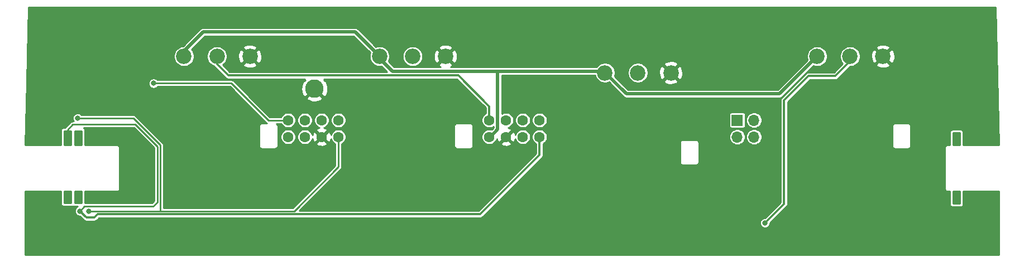
<source format=gbr>
%TF.GenerationSoftware,KiCad,Pcbnew,(5.1.12)-1*%
%TF.CreationDate,2022-02-09T09:57:39+03:00*%
%TF.ProjectId,Streamer_ADAU1701 front,53747265-616d-4657-925f-414441553137,rev?*%
%TF.SameCoordinates,Original*%
%TF.FileFunction,Copper,L2,Bot*%
%TF.FilePolarity,Positive*%
%FSLAX46Y46*%
G04 Gerber Fmt 4.6, Leading zero omitted, Abs format (unit mm)*
G04 Created by KiCad (PCBNEW (5.1.12)-1) date 2022-02-09 09:57:39*
%MOMM*%
%LPD*%
G01*
G04 APERTURE LIST*
%TA.AperFunction,ComponentPad*%
%ADD10C,1.600000*%
%TD*%
%TA.AperFunction,ComponentPad*%
%ADD11C,2.800000*%
%TD*%
%TA.AperFunction,ComponentPad*%
%ADD12C,4.500000*%
%TD*%
%TA.AperFunction,ComponentPad*%
%ADD13R,1.700000X1.700000*%
%TD*%
%TA.AperFunction,ComponentPad*%
%ADD14O,1.700000X1.700000*%
%TD*%
%TA.AperFunction,ComponentPad*%
%ADD15C,2.340000*%
%TD*%
%TA.AperFunction,ComponentPad*%
%ADD16C,11.000000*%
%TD*%
%TA.AperFunction,ViaPad*%
%ADD17C,0.800000*%
%TD*%
%TA.AperFunction,Conductor*%
%ADD18C,0.500000*%
%TD*%
%TA.AperFunction,Conductor*%
%ADD19C,0.250000*%
%TD*%
%TA.AperFunction,Conductor*%
%ADD20C,0.350000*%
%TD*%
%TA.AperFunction,Conductor*%
%ADD21C,0.254000*%
%TD*%
%TA.AperFunction,Conductor*%
%ADD22C,0.100000*%
%TD*%
G04 APERTURE END LIST*
D10*
%TO.P,J2,1*%
%TO.N,GPIO4_BASS*%
X133000000Y-81300000D03*
%TO.P,J2,2*%
%TO.N,VDD*%
X133000000Y-83840000D03*
%TO.P,J2,3*%
%TO.N,GPIO3_VOL*%
X135540000Y-81300000D03*
%TO.P,J2,4*%
%TO.N,GND*%
X135540000Y-83840000D03*
%TO.P,J2,5*%
%TO.N,GPIO2_BAL*%
X138080000Y-81300000D03*
%TO.P,J2,6*%
%TO.N,GPIO6_TREBLE*%
X138080000Y-83840000D03*
%TO.P,J2,7*%
%TO.N,GPIO10\u005CLED_MUTE*%
X140620000Y-81300000D03*
%TO.P,J2,8*%
%TO.N,GPIO8_SBASS*%
X140620000Y-83840000D03*
%TD*%
%TO.P,J1,1*%
%TO.N,GPIO7\u005CLED_COMP*%
X102500000Y-81300000D03*
%TO.P,J1,2*%
%TO.N,GPIO5_MUTE*%
X102500000Y-83840000D03*
%TO.P,J1,3*%
%TO.N,5V*%
X105040000Y-81300000D03*
%TO.P,J1,4*%
%TO.N,Net-(J1-Pad4)*%
X105040000Y-83840000D03*
%TO.P,J1,5*%
%TO.N,Net-(J1-Pad5)*%
X107580000Y-81300000D03*
%TO.P,J1,6*%
%TO.N,GND*%
X107580000Y-83840000D03*
%TO.P,J1,7*%
%TO.N,Net-(J1-Pad7)*%
X110120000Y-81300000D03*
%TO.P,J1,8*%
%TO.N,GPIO1_COMP*%
X110120000Y-83840000D03*
%TD*%
D11*
%TO.P,REF\u002A\u002A,1*%
%TO.N,GND*%
X106500000Y-76500000D03*
%TD*%
D12*
%TO.P,REF\u002A\u002A,1*%
%TO.N,GND*%
X66900000Y-97400000D03*
%TD*%
%TO.P,REF\u002A\u002A,1*%
%TO.N,GND*%
X66900000Y-68500000D03*
%TD*%
%TO.P,REF\u002A\u002A,1*%
%TO.N,GND*%
X206000000Y-68500000D03*
%TD*%
%TO.P,REF\u002A\u002A,1*%
%TO.N,GND*%
X206000000Y-97400000D03*
%TD*%
D13*
%TO.P,J3,1*%
%TO.N,SHD-*%
X170600000Y-81300000D03*
D14*
%TO.P,J3,2*%
%TO.N,SHD+*%
X170600000Y-83840000D03*
%TO.P,J3,3*%
%TO.N,CLIP-*%
X173140000Y-81300000D03*
%TO.P,J3,4*%
%TO.N,CLIP+*%
X173140000Y-83840000D03*
%TD*%
D15*
%TO.P,R1,1*%
%TO.N,VDD*%
X182700000Y-71600000D03*
%TO.P,R1,2*%
%TO.N,GPIO3_VOL*%
X187700000Y-71600000D03*
%TO.P,R1,3*%
%TO.N,GND*%
X192700000Y-71600000D03*
D16*
X187700000Y-83700000D03*
%TD*%
%TO.P,R2,3*%
%TO.N,GND*%
X155533332Y-86200000D03*
D15*
X160533332Y-74100000D03*
%TO.P,R2,2*%
%TO.N,GPIO2_BAL*%
X155533332Y-74100000D03*
%TO.P,R2,1*%
%TO.N,VDD*%
X150533332Y-74100000D03*
%TD*%
D16*
%TO.P,R3,3*%
%TO.N,GND*%
X91700000Y-83700000D03*
D15*
X96700000Y-71600000D03*
%TO.P,R3,2*%
%TO.N,GPIO4_BASS*%
X91700000Y-71600000D03*
%TO.P,R3,1*%
%TO.N,VDD*%
X86700000Y-71600000D03*
%TD*%
%TO.P,R4,1*%
%TO.N,VDD*%
X116366666Y-71600000D03*
%TO.P,R4,2*%
%TO.N,GPIO6_TREBLE*%
X121366666Y-71600000D03*
%TO.P,R4,3*%
%TO.N,GND*%
X126366666Y-71600000D03*
D16*
X121366666Y-83700000D03*
%TD*%
D17*
%TO.N,GND*%
X75200000Y-84200000D03*
X208300000Y-92900000D03*
X208400000Y-84100000D03*
X75200000Y-93000000D03*
X64600000Y-93000000D03*
X64600000Y-84200000D03*
X100000000Y-69000000D03*
X107000000Y-69000000D03*
X123100000Y-65500000D03*
X158000000Y-66000000D03*
X139000000Y-66000000D03*
X126000000Y-100000000D03*
X114000000Y-100000000D03*
X126000000Y-97000000D03*
X114000000Y-97000000D03*
X172000000Y-101000000D03*
X186000000Y-101000000D03*
X158000000Y-101000000D03*
%TO.N,GPIO5_MUTE*%
X203850000Y-92900000D03*
X203850000Y-84050000D03*
%TO.N,GPIO1_COMP*%
X72300000Y-95100000D03*
X70600000Y-81000000D03*
X70650000Y-93000000D03*
X70650000Y-84200000D03*
%TO.N,GPIO3_VOL*%
X174800010Y-96899990D03*
%TO.N,GPIO8_SBASS*%
X70900000Y-95100000D03*
X69050000Y-93000000D03*
X69050000Y-84200000D03*
%TO.N,GPIO7\u005CLED_COMP*%
X82100000Y-75700000D03*
%TD*%
D18*
%TO.N,VDD*%
X133000000Y-83840000D02*
X133060000Y-83840000D01*
X133000000Y-83840000D02*
X133160000Y-83840000D01*
X133160000Y-83840000D02*
X134275000Y-82725000D01*
X134275000Y-82725000D02*
X134275000Y-75125000D01*
X134275000Y-75125000D02*
X134275000Y-74100000D01*
X116366666Y-71600000D02*
X116366666Y-71941656D01*
X116366666Y-71941656D02*
X118300000Y-73874990D01*
X150308322Y-73874990D02*
X150533332Y-74100000D01*
X118300000Y-73874990D02*
X150308322Y-73874990D01*
X86700000Y-71600000D02*
X86700000Y-70800000D01*
X86700000Y-70800000D02*
X89600000Y-67900000D01*
X112666666Y-67900000D02*
X116366666Y-71600000D01*
X89600000Y-67900000D02*
X112666666Y-67900000D01*
X150533332Y-74100000D02*
X150600000Y-74100000D01*
X150600000Y-74100000D02*
X153800000Y-77300000D01*
X177000000Y-77300000D02*
X182700000Y-71600000D01*
X153800000Y-77300000D02*
X177000000Y-77300000D01*
D19*
%TO.N,GPIO1_COMP*%
X110120000Y-83840000D02*
X110120000Y-88380000D01*
X110120000Y-88380000D02*
X103400000Y-95100000D01*
X71000000Y-81000000D02*
X79000000Y-81000000D01*
X83100000Y-85100000D02*
X83100000Y-95100000D01*
X79000000Y-81000000D02*
X83100000Y-85100000D01*
X83100000Y-95100000D02*
X72300000Y-95100000D01*
X103400000Y-95100000D02*
X83100000Y-95100000D01*
X71000000Y-81000000D02*
X70600000Y-81000000D01*
D20*
%TO.N,GPIO4_BASS*%
X91700000Y-72800000D02*
X91700000Y-71600000D01*
X93400000Y-74500000D02*
X91700000Y-72800000D01*
X128300000Y-74500000D02*
X93400000Y-74500000D01*
X133000000Y-81300000D02*
X133000000Y-79200000D01*
X133000000Y-79200000D02*
X128300000Y-74500000D01*
%TO.N,GPIO3_VOL*%
X187700000Y-71600000D02*
X187700000Y-72400000D01*
X187700000Y-72400000D02*
X185500000Y-74600000D01*
X185500000Y-74600000D02*
X181400000Y-74600000D01*
X181400000Y-74600000D02*
X177700000Y-78300000D01*
X177700000Y-78300000D02*
X177700000Y-94000000D01*
X177700000Y-94000000D02*
X174800010Y-96899990D01*
%TO.N,GPIO8_SBASS*%
X140620000Y-83840000D02*
X140620000Y-86580000D01*
X140620000Y-86580000D02*
X131599990Y-95600010D01*
X131599990Y-95600010D02*
X73599990Y-95600010D01*
X73599990Y-95600010D02*
X73100000Y-96100000D01*
X73100000Y-96100000D02*
X71900000Y-96100000D01*
X70900000Y-95100000D02*
X71900000Y-96100000D01*
D19*
X71625001Y-94374999D02*
X70900000Y-95100000D01*
X82025001Y-94374999D02*
X71625001Y-94374999D01*
X82649990Y-93750010D02*
X82025001Y-94374999D01*
X82649990Y-85286400D02*
X82649990Y-93750010D01*
X79331795Y-81968205D02*
X82649990Y-85286400D01*
X69831795Y-81968205D02*
X79331795Y-81968205D01*
X69050000Y-82750000D02*
X69831795Y-81968205D01*
X69050000Y-82800000D02*
X69050000Y-82750000D01*
X69050000Y-82800000D02*
X69050000Y-84200000D01*
%TO.N,GPIO7\u005CLED_COMP*%
X82100000Y-75700000D02*
X93900000Y-75700000D01*
X99500000Y-81300000D02*
X102500000Y-81300000D01*
X93900000Y-75700000D02*
X99500000Y-81300000D01*
%TD*%
D21*
%TO.N,GND*%
X210259001Y-85069000D02*
X204881000Y-85069000D01*
X204881000Y-83100000D01*
X204873679Y-83025671D01*
X204851998Y-82954198D01*
X204816790Y-82888328D01*
X204769408Y-82830592D01*
X204711672Y-82783210D01*
X204645802Y-82748002D01*
X204574329Y-82726321D01*
X204500000Y-82719000D01*
X203200000Y-82719000D01*
X203125671Y-82726321D01*
X203054198Y-82748002D01*
X202988328Y-82783210D01*
X202930592Y-82830592D01*
X202883210Y-82888328D01*
X202848002Y-82954198D01*
X202826321Y-83025671D01*
X202819000Y-83100000D01*
X202819000Y-85069000D01*
X202521168Y-85069000D01*
X202500000Y-85066915D01*
X202478832Y-85069000D01*
X202415509Y-85075237D01*
X202334266Y-85099882D01*
X202259391Y-85139903D01*
X202193763Y-85193763D01*
X202139903Y-85259391D01*
X202099882Y-85334266D01*
X202075237Y-85415509D01*
X202066915Y-85500000D01*
X202069000Y-85521169D01*
X202069001Y-91678821D01*
X202066915Y-91700000D01*
X202075237Y-91784491D01*
X202099882Y-91865734D01*
X202139903Y-91940609D01*
X202193763Y-92006237D01*
X202259391Y-92060097D01*
X202334266Y-92100118D01*
X202415509Y-92124763D01*
X202478832Y-92131000D01*
X202500000Y-92133085D01*
X202521168Y-92131000D01*
X202819000Y-92131000D01*
X202819000Y-94100000D01*
X202826321Y-94174329D01*
X202848002Y-94245802D01*
X202883210Y-94311672D01*
X202930592Y-94369408D01*
X202988328Y-94416790D01*
X203054198Y-94451998D01*
X203125671Y-94473679D01*
X203200000Y-94481000D01*
X204500000Y-94481000D01*
X204574329Y-94473679D01*
X204645802Y-94451998D01*
X204711672Y-94416790D01*
X204769408Y-94369408D01*
X204816790Y-94311672D01*
X204851998Y-94245802D01*
X204873679Y-94174329D01*
X204881000Y-94100000D01*
X204881000Y-92131000D01*
X210269000Y-92131000D01*
X210269001Y-101769000D01*
X62631000Y-101769000D01*
X62631000Y-96823068D01*
X174019010Y-96823068D01*
X174019010Y-96976912D01*
X174049023Y-97127799D01*
X174107897Y-97269932D01*
X174193368Y-97397849D01*
X174302151Y-97506632D01*
X174430068Y-97592103D01*
X174572201Y-97650977D01*
X174723088Y-97680990D01*
X174876932Y-97680990D01*
X175027819Y-97650977D01*
X175169952Y-97592103D01*
X175297869Y-97506632D01*
X175406652Y-97397849D01*
X175492123Y-97269932D01*
X175550997Y-97127799D01*
X175581010Y-96976912D01*
X175581010Y-96905291D01*
X178073843Y-94412460D01*
X178095053Y-94395053D01*
X178112460Y-94373843D01*
X178112463Y-94373840D01*
X178157469Y-94319000D01*
X178164534Y-94310392D01*
X178216162Y-94213801D01*
X178247955Y-94108995D01*
X178256000Y-94027312D01*
X178256000Y-94027305D01*
X178258689Y-94000001D01*
X178256000Y-93972696D01*
X178256000Y-82200000D01*
X194066915Y-82200000D01*
X194069001Y-82221178D01*
X194069000Y-85178831D01*
X194066915Y-85200000D01*
X194075237Y-85284491D01*
X194099882Y-85365734D01*
X194139903Y-85440609D01*
X194155429Y-85459527D01*
X194193763Y-85506237D01*
X194259391Y-85560097D01*
X194334266Y-85600118D01*
X194415509Y-85624763D01*
X194500000Y-85633085D01*
X194521168Y-85631000D01*
X196478832Y-85631000D01*
X196500000Y-85633085D01*
X196521168Y-85631000D01*
X196584491Y-85624763D01*
X196665734Y-85600118D01*
X196740609Y-85560097D01*
X196806237Y-85506237D01*
X196860097Y-85440609D01*
X196900118Y-85365734D01*
X196924763Y-85284491D01*
X196933085Y-85200000D01*
X196931000Y-85178832D01*
X196931000Y-82221168D01*
X196933085Y-82200000D01*
X196924763Y-82115509D01*
X196900118Y-82034266D01*
X196860097Y-81959391D01*
X196806237Y-81893763D01*
X196740609Y-81839903D01*
X196665734Y-81799882D01*
X196584491Y-81775237D01*
X196521168Y-81769000D01*
X196500000Y-81766915D01*
X196478832Y-81769000D01*
X194521168Y-81769000D01*
X194500000Y-81766915D01*
X194478832Y-81769000D01*
X194415509Y-81775237D01*
X194334266Y-81799882D01*
X194259391Y-81839903D01*
X194193763Y-81893763D01*
X194139903Y-81959391D01*
X194099882Y-82034266D01*
X194075237Y-82115509D01*
X194066915Y-82200000D01*
X178256000Y-82200000D01*
X178256000Y-78530301D01*
X181630302Y-75156000D01*
X185472696Y-75156000D01*
X185500000Y-75158689D01*
X185527304Y-75156000D01*
X185527312Y-75156000D01*
X185608995Y-75147955D01*
X185713801Y-75116162D01*
X185810392Y-75064534D01*
X185895053Y-74995053D01*
X185912469Y-74973832D01*
X187735302Y-73151000D01*
X187852760Y-73151000D01*
X188152410Y-73091396D01*
X188434674Y-72974479D01*
X188611089Y-72856602D01*
X191623003Y-72856602D01*
X191739275Y-73138389D01*
X192057860Y-73296257D01*
X192401122Y-73388938D01*
X192755869Y-73412873D01*
X193108470Y-73367139D01*
X193445373Y-73253495D01*
X193660725Y-73138389D01*
X193776997Y-72856602D01*
X192700000Y-71779605D01*
X191623003Y-72856602D01*
X188611089Y-72856602D01*
X188688705Y-72804741D01*
X188904741Y-72588705D01*
X189074479Y-72334674D01*
X189191396Y-72052410D01*
X189251000Y-71752760D01*
X189251000Y-71655869D01*
X190887127Y-71655869D01*
X190932861Y-72008470D01*
X191046505Y-72345373D01*
X191161611Y-72560725D01*
X191443398Y-72676997D01*
X192520395Y-71600000D01*
X192879605Y-71600000D01*
X193956602Y-72676997D01*
X194238389Y-72560725D01*
X194396257Y-72242140D01*
X194488938Y-71898878D01*
X194512873Y-71544131D01*
X194467139Y-71191530D01*
X194353495Y-70854627D01*
X194238389Y-70639275D01*
X193956602Y-70523003D01*
X192879605Y-71600000D01*
X192520395Y-71600000D01*
X191443398Y-70523003D01*
X191161611Y-70639275D01*
X191003743Y-70957860D01*
X190911062Y-71301122D01*
X190887127Y-71655869D01*
X189251000Y-71655869D01*
X189251000Y-71447240D01*
X189191396Y-71147590D01*
X189074479Y-70865326D01*
X188904741Y-70611295D01*
X188688705Y-70395259D01*
X188611090Y-70343398D01*
X191623003Y-70343398D01*
X192700000Y-71420395D01*
X193776997Y-70343398D01*
X193660725Y-70061611D01*
X193342140Y-69903743D01*
X192998878Y-69811062D01*
X192644131Y-69787127D01*
X192291530Y-69832861D01*
X191954627Y-69946505D01*
X191739275Y-70061611D01*
X191623003Y-70343398D01*
X188611090Y-70343398D01*
X188434674Y-70225521D01*
X188152410Y-70108604D01*
X187852760Y-70049000D01*
X187547240Y-70049000D01*
X187247590Y-70108604D01*
X186965326Y-70225521D01*
X186711295Y-70395259D01*
X186495259Y-70611295D01*
X186325521Y-70865326D01*
X186208604Y-71147590D01*
X186149000Y-71447240D01*
X186149000Y-71752760D01*
X186208604Y-72052410D01*
X186325521Y-72334674D01*
X186495259Y-72588705D01*
X186610126Y-72703572D01*
X185269699Y-74044000D01*
X181427304Y-74044000D01*
X181399999Y-74041311D01*
X181372695Y-74044000D01*
X181372688Y-74044000D01*
X181291005Y-74052045D01*
X181186199Y-74083838D01*
X181089608Y-74135466D01*
X181004947Y-74204947D01*
X180987536Y-74226162D01*
X177326168Y-77887531D01*
X177304947Y-77904947D01*
X177235466Y-77989608D01*
X177183838Y-78086200D01*
X177152045Y-78191006D01*
X177144000Y-78272689D01*
X177144000Y-78272696D01*
X177141311Y-78300000D01*
X177144000Y-78327304D01*
X177144001Y-93769696D01*
X174794709Y-96118990D01*
X174723088Y-96118990D01*
X174572201Y-96149003D01*
X174430068Y-96207877D01*
X174302151Y-96293348D01*
X174193368Y-96402131D01*
X174107897Y-96530048D01*
X174049023Y-96672181D01*
X174019010Y-96823068D01*
X62631000Y-96823068D01*
X62631000Y-92131000D01*
X68019000Y-92131000D01*
X68019000Y-94000000D01*
X68026321Y-94074329D01*
X68048002Y-94145802D01*
X68083210Y-94211672D01*
X68130592Y-94269408D01*
X68188328Y-94316790D01*
X68254198Y-94351998D01*
X68325671Y-94373679D01*
X68400000Y-94381000D01*
X69700000Y-94381000D01*
X69774329Y-94373679D01*
X69845802Y-94351998D01*
X69850000Y-94349754D01*
X69854198Y-94351998D01*
X69925671Y-94373679D01*
X70000000Y-94381000D01*
X70594968Y-94381000D01*
X70530058Y-94407887D01*
X70402141Y-94493358D01*
X70293358Y-94602141D01*
X70207887Y-94730058D01*
X70149013Y-94872191D01*
X70119000Y-95023078D01*
X70119000Y-95176922D01*
X70149013Y-95327809D01*
X70207887Y-95469942D01*
X70293358Y-95597859D01*
X70402141Y-95706642D01*
X70530058Y-95792113D01*
X70672191Y-95850987D01*
X70823078Y-95881000D01*
X70894698Y-95881000D01*
X71487540Y-96473843D01*
X71504947Y-96495053D01*
X71526157Y-96512460D01*
X71526161Y-96512464D01*
X71589608Y-96564534D01*
X71686198Y-96616162D01*
X71791005Y-96647955D01*
X71872688Y-96656000D01*
X71872695Y-96656000D01*
X71900000Y-96658689D01*
X71927305Y-96656000D01*
X73072696Y-96656000D01*
X73100000Y-96658689D01*
X73127304Y-96656000D01*
X73127312Y-96656000D01*
X73208995Y-96647955D01*
X73313801Y-96616162D01*
X73410392Y-96564534D01*
X73495053Y-96495053D01*
X73512468Y-96473833D01*
X73830292Y-96156010D01*
X131572686Y-96156010D01*
X131599990Y-96158699D01*
X131627294Y-96156010D01*
X131627302Y-96156010D01*
X131708985Y-96147965D01*
X131813791Y-96116172D01*
X131910382Y-96064544D01*
X131995043Y-95995063D01*
X132012459Y-95973842D01*
X140993843Y-86992460D01*
X141015053Y-86975053D01*
X141032460Y-86953843D01*
X141032463Y-86953840D01*
X141051192Y-86931019D01*
X141084534Y-86890392D01*
X141136162Y-86793801D01*
X141167955Y-86688995D01*
X141176000Y-86607312D01*
X141176000Y-86607298D01*
X141178688Y-86580001D01*
X141176000Y-86552704D01*
X141176000Y-84888002D01*
X141179413Y-84886588D01*
X141372843Y-84757342D01*
X141430185Y-84700000D01*
X161906915Y-84700000D01*
X161909001Y-84721178D01*
X161909000Y-87678831D01*
X161906915Y-87700000D01*
X161915237Y-87784491D01*
X161939882Y-87865734D01*
X161979903Y-87940609D01*
X162032444Y-88004630D01*
X162033763Y-88006237D01*
X162099391Y-88060097D01*
X162174266Y-88100118D01*
X162255509Y-88124763D01*
X162340000Y-88133085D01*
X162361168Y-88131000D01*
X164318832Y-88131000D01*
X164340000Y-88133085D01*
X164361168Y-88131000D01*
X164424491Y-88124763D01*
X164505734Y-88100118D01*
X164580609Y-88060097D01*
X164646237Y-88006237D01*
X164700097Y-87940609D01*
X164740118Y-87865734D01*
X164764763Y-87784491D01*
X164773085Y-87700000D01*
X164771000Y-87678832D01*
X164771000Y-84721168D01*
X164773085Y-84700000D01*
X164764763Y-84615509D01*
X164740118Y-84534266D01*
X164700097Y-84459391D01*
X164646237Y-84393763D01*
X164580609Y-84339903D01*
X164505734Y-84299882D01*
X164424491Y-84275237D01*
X164361168Y-84269000D01*
X164340000Y-84266915D01*
X164318832Y-84269000D01*
X162361168Y-84269000D01*
X162340000Y-84266915D01*
X162318832Y-84269000D01*
X162255509Y-84275237D01*
X162174266Y-84299882D01*
X162099391Y-84339903D01*
X162033763Y-84393763D01*
X161979903Y-84459391D01*
X161939882Y-84534266D01*
X161915237Y-84615509D01*
X161906915Y-84700000D01*
X141430185Y-84700000D01*
X141537342Y-84592843D01*
X141666588Y-84399413D01*
X141755614Y-84184485D01*
X141801000Y-83956318D01*
X141801000Y-83723682D01*
X141800021Y-83718757D01*
X169369000Y-83718757D01*
X169369000Y-83961243D01*
X169416307Y-84199069D01*
X169509102Y-84423097D01*
X169643820Y-84624717D01*
X169815283Y-84796180D01*
X170016903Y-84930898D01*
X170240931Y-85023693D01*
X170478757Y-85071000D01*
X170721243Y-85071000D01*
X170959069Y-85023693D01*
X171183097Y-84930898D01*
X171384717Y-84796180D01*
X171556180Y-84624717D01*
X171690898Y-84423097D01*
X171783693Y-84199069D01*
X171831000Y-83961243D01*
X171831000Y-83718757D01*
X171909000Y-83718757D01*
X171909000Y-83961243D01*
X171956307Y-84199069D01*
X172049102Y-84423097D01*
X172183820Y-84624717D01*
X172355283Y-84796180D01*
X172556903Y-84930898D01*
X172780931Y-85023693D01*
X173018757Y-85071000D01*
X173261243Y-85071000D01*
X173499069Y-85023693D01*
X173723097Y-84930898D01*
X173924717Y-84796180D01*
X174096180Y-84624717D01*
X174230898Y-84423097D01*
X174323693Y-84199069D01*
X174371000Y-83961243D01*
X174371000Y-83718757D01*
X174323693Y-83480931D01*
X174230898Y-83256903D01*
X174096180Y-83055283D01*
X173924717Y-82883820D01*
X173723097Y-82749102D01*
X173499069Y-82656307D01*
X173261243Y-82609000D01*
X173018757Y-82609000D01*
X172780931Y-82656307D01*
X172556903Y-82749102D01*
X172355283Y-82883820D01*
X172183820Y-83055283D01*
X172049102Y-83256903D01*
X171956307Y-83480931D01*
X171909000Y-83718757D01*
X171831000Y-83718757D01*
X171783693Y-83480931D01*
X171690898Y-83256903D01*
X171556180Y-83055283D01*
X171384717Y-82883820D01*
X171183097Y-82749102D01*
X170959069Y-82656307D01*
X170721243Y-82609000D01*
X170478757Y-82609000D01*
X170240931Y-82656307D01*
X170016903Y-82749102D01*
X169815283Y-82883820D01*
X169643820Y-83055283D01*
X169509102Y-83256903D01*
X169416307Y-83480931D01*
X169369000Y-83718757D01*
X141800021Y-83718757D01*
X141755614Y-83495515D01*
X141666588Y-83280587D01*
X141537342Y-83087157D01*
X141372843Y-82922658D01*
X141179413Y-82793412D01*
X140964485Y-82704386D01*
X140736318Y-82659000D01*
X140503682Y-82659000D01*
X140275515Y-82704386D01*
X140060587Y-82793412D01*
X139867157Y-82922658D01*
X139702658Y-83087157D01*
X139573412Y-83280587D01*
X139484386Y-83495515D01*
X139439000Y-83723682D01*
X139439000Y-83956318D01*
X139484386Y-84184485D01*
X139573412Y-84399413D01*
X139702658Y-84592843D01*
X139867157Y-84757342D01*
X140060587Y-84886588D01*
X140064000Y-84888002D01*
X140064001Y-86349696D01*
X131369689Y-95044010D01*
X104171581Y-95044010D01*
X110460220Y-88755372D01*
X110479527Y-88739527D01*
X110542759Y-88662479D01*
X110589745Y-88574575D01*
X110618678Y-88479193D01*
X110626000Y-88404854D01*
X110626000Y-88404847D01*
X110628447Y-88380001D01*
X110626000Y-88355155D01*
X110626000Y-84908712D01*
X110679413Y-84886588D01*
X110872843Y-84757342D01*
X111037342Y-84592843D01*
X111166588Y-84399413D01*
X111255614Y-84184485D01*
X111301000Y-83956318D01*
X111301000Y-83723682D01*
X111255614Y-83495515D01*
X111166588Y-83280587D01*
X111037342Y-83087157D01*
X110872843Y-82922658D01*
X110679413Y-82793412D01*
X110464485Y-82704386D01*
X110236318Y-82659000D01*
X110003682Y-82659000D01*
X109775515Y-82704386D01*
X109560587Y-82793412D01*
X109367157Y-82922658D01*
X109202658Y-83087157D01*
X109073412Y-83280587D01*
X108984386Y-83495515D01*
X108981657Y-83509237D01*
X108978787Y-83489870D01*
X108883603Y-83223708D01*
X108816671Y-83098486D01*
X108572702Y-83026903D01*
X107759605Y-83840000D01*
X108572702Y-84653097D01*
X108816671Y-84581514D01*
X108937571Y-84326004D01*
X108979368Y-84159259D01*
X108984386Y-84184485D01*
X109073412Y-84399413D01*
X109202658Y-84592843D01*
X109367157Y-84757342D01*
X109560587Y-84886588D01*
X109614000Y-84908712D01*
X109614001Y-88170407D01*
X103190409Y-94594000D01*
X83606000Y-94594000D01*
X83606000Y-85124854D01*
X83608448Y-85100000D01*
X83598678Y-85000807D01*
X83569745Y-84905425D01*
X83563511Y-84893763D01*
X83522759Y-84817521D01*
X83459527Y-84740473D01*
X83440220Y-84724628D01*
X79375376Y-80659785D01*
X79359527Y-80640473D01*
X79282479Y-80577241D01*
X79194575Y-80530255D01*
X79099193Y-80501322D01*
X79024854Y-80494000D01*
X79024846Y-80494000D01*
X79000000Y-80491553D01*
X78975154Y-80494000D01*
X71198501Y-80494000D01*
X71097859Y-80393358D01*
X70969942Y-80307887D01*
X70827809Y-80249013D01*
X70676922Y-80219000D01*
X70523078Y-80219000D01*
X70372191Y-80249013D01*
X70230058Y-80307887D01*
X70102141Y-80393358D01*
X69993358Y-80502141D01*
X69907887Y-80630058D01*
X69849013Y-80772191D01*
X69819000Y-80923078D01*
X69819000Y-81076922D01*
X69849013Y-81227809D01*
X69907887Y-81369942D01*
X69969535Y-81462205D01*
X69856640Y-81462205D01*
X69831794Y-81459758D01*
X69806948Y-81462205D01*
X69806941Y-81462205D01*
X69742489Y-81468553D01*
X69732601Y-81469527D01*
X69650031Y-81494574D01*
X69637220Y-81498460D01*
X69549316Y-81545446D01*
X69472268Y-81608678D01*
X69456423Y-81627985D01*
X68709785Y-82374624D01*
X68690473Y-82390473D01*
X68667061Y-82419000D01*
X68400000Y-82419000D01*
X68325671Y-82426321D01*
X68254198Y-82448002D01*
X68188328Y-82483210D01*
X68130592Y-82530592D01*
X68083210Y-82588328D01*
X68048002Y-82654198D01*
X68026321Y-82725671D01*
X68019000Y-82800000D01*
X68019000Y-85069000D01*
X62640998Y-85069000D01*
X62857647Y-75623078D01*
X81319000Y-75623078D01*
X81319000Y-75776922D01*
X81349013Y-75927809D01*
X81407887Y-76069942D01*
X81493358Y-76197859D01*
X81602141Y-76306642D01*
X81730058Y-76392113D01*
X81872191Y-76450987D01*
X82023078Y-76481000D01*
X82176922Y-76481000D01*
X82327809Y-76450987D01*
X82469942Y-76392113D01*
X82597859Y-76306642D01*
X82698501Y-76206000D01*
X93690409Y-76206000D01*
X99124628Y-81640220D01*
X99140473Y-81659527D01*
X99217521Y-81722759D01*
X99304031Y-81769000D01*
X98521168Y-81769000D01*
X98500000Y-81766915D01*
X98478832Y-81769000D01*
X98415509Y-81775237D01*
X98334266Y-81799882D01*
X98259391Y-81839903D01*
X98193763Y-81893763D01*
X98139903Y-81959391D01*
X98099882Y-82034266D01*
X98075237Y-82115509D01*
X98066915Y-82200000D01*
X98069001Y-82221178D01*
X98069000Y-85178831D01*
X98066915Y-85200000D01*
X98075237Y-85284491D01*
X98099882Y-85365734D01*
X98139903Y-85440609D01*
X98155429Y-85459527D01*
X98193763Y-85506237D01*
X98259391Y-85560097D01*
X98334266Y-85600118D01*
X98415509Y-85624763D01*
X98500000Y-85633085D01*
X98521168Y-85631000D01*
X100478832Y-85631000D01*
X100500000Y-85633085D01*
X100521168Y-85631000D01*
X100584491Y-85624763D01*
X100665734Y-85600118D01*
X100740609Y-85560097D01*
X100806237Y-85506237D01*
X100860097Y-85440609D01*
X100900118Y-85365734D01*
X100924763Y-85284491D01*
X100933085Y-85200000D01*
X100931000Y-85178832D01*
X100931000Y-83723682D01*
X101319000Y-83723682D01*
X101319000Y-83956318D01*
X101364386Y-84184485D01*
X101453412Y-84399413D01*
X101582658Y-84592843D01*
X101747157Y-84757342D01*
X101940587Y-84886588D01*
X102155515Y-84975614D01*
X102383682Y-85021000D01*
X102616318Y-85021000D01*
X102844485Y-84975614D01*
X103059413Y-84886588D01*
X103252843Y-84757342D01*
X103417342Y-84592843D01*
X103546588Y-84399413D01*
X103635614Y-84184485D01*
X103681000Y-83956318D01*
X103681000Y-83723682D01*
X103859000Y-83723682D01*
X103859000Y-83956318D01*
X103904386Y-84184485D01*
X103993412Y-84399413D01*
X104122658Y-84592843D01*
X104287157Y-84757342D01*
X104480587Y-84886588D01*
X104695515Y-84975614D01*
X104923682Y-85021000D01*
X105156318Y-85021000D01*
X105384485Y-84975614D01*
X105599413Y-84886588D01*
X105680058Y-84832702D01*
X106766903Y-84832702D01*
X106838486Y-85076671D01*
X107093996Y-85197571D01*
X107368184Y-85266300D01*
X107650512Y-85280217D01*
X107930130Y-85238787D01*
X108196292Y-85143603D01*
X108321514Y-85076671D01*
X108393097Y-84832702D01*
X107580000Y-84019605D01*
X106766903Y-84832702D01*
X105680058Y-84832702D01*
X105792843Y-84757342D01*
X105957342Y-84592843D01*
X106086588Y-84399413D01*
X106175614Y-84184485D01*
X106178343Y-84170763D01*
X106181213Y-84190130D01*
X106276397Y-84456292D01*
X106343329Y-84581514D01*
X106587298Y-84653097D01*
X107400395Y-83840000D01*
X106587298Y-83026903D01*
X106343329Y-83098486D01*
X106222429Y-83353996D01*
X106180632Y-83520741D01*
X106175614Y-83495515D01*
X106086588Y-83280587D01*
X105957342Y-83087157D01*
X105792843Y-82922658D01*
X105599413Y-82793412D01*
X105384485Y-82704386D01*
X105156318Y-82659000D01*
X104923682Y-82659000D01*
X104695515Y-82704386D01*
X104480587Y-82793412D01*
X104287157Y-82922658D01*
X104122658Y-83087157D01*
X103993412Y-83280587D01*
X103904386Y-83495515D01*
X103859000Y-83723682D01*
X103681000Y-83723682D01*
X103635614Y-83495515D01*
X103546588Y-83280587D01*
X103417342Y-83087157D01*
X103252843Y-82922658D01*
X103059413Y-82793412D01*
X102844485Y-82704386D01*
X102616318Y-82659000D01*
X102383682Y-82659000D01*
X102155515Y-82704386D01*
X101940587Y-82793412D01*
X101747157Y-82922658D01*
X101582658Y-83087157D01*
X101453412Y-83280587D01*
X101364386Y-83495515D01*
X101319000Y-83723682D01*
X100931000Y-83723682D01*
X100931000Y-82221168D01*
X100933085Y-82200000D01*
X100924763Y-82115509D01*
X100900118Y-82034266D01*
X100860097Y-81959391D01*
X100806237Y-81893763D01*
X100740609Y-81839903D01*
X100677180Y-81806000D01*
X101431288Y-81806000D01*
X101453412Y-81859413D01*
X101582658Y-82052843D01*
X101747157Y-82217342D01*
X101940587Y-82346588D01*
X102155515Y-82435614D01*
X102383682Y-82481000D01*
X102616318Y-82481000D01*
X102844485Y-82435614D01*
X103059413Y-82346588D01*
X103252843Y-82217342D01*
X103417342Y-82052843D01*
X103546588Y-81859413D01*
X103635614Y-81644485D01*
X103681000Y-81416318D01*
X103681000Y-81183682D01*
X103859000Y-81183682D01*
X103859000Y-81416318D01*
X103904386Y-81644485D01*
X103993412Y-81859413D01*
X104122658Y-82052843D01*
X104287157Y-82217342D01*
X104480587Y-82346588D01*
X104695515Y-82435614D01*
X104923682Y-82481000D01*
X105156318Y-82481000D01*
X105384485Y-82435614D01*
X105599413Y-82346588D01*
X105792843Y-82217342D01*
X105957342Y-82052843D01*
X106086588Y-81859413D01*
X106175614Y-81644485D01*
X106221000Y-81416318D01*
X106221000Y-81183682D01*
X106399000Y-81183682D01*
X106399000Y-81416318D01*
X106444386Y-81644485D01*
X106533412Y-81859413D01*
X106662658Y-82052843D01*
X106827157Y-82217342D01*
X107020587Y-82346588D01*
X107235515Y-82435614D01*
X107249237Y-82438343D01*
X107229870Y-82441213D01*
X106963708Y-82536397D01*
X106838486Y-82603329D01*
X106766903Y-82847298D01*
X107580000Y-83660395D01*
X108393097Y-82847298D01*
X108321514Y-82603329D01*
X108066004Y-82482429D01*
X107899259Y-82440632D01*
X107924485Y-82435614D01*
X108139413Y-82346588D01*
X108332843Y-82217342D01*
X108497342Y-82052843D01*
X108626588Y-81859413D01*
X108715614Y-81644485D01*
X108761000Y-81416318D01*
X108761000Y-81183682D01*
X108939000Y-81183682D01*
X108939000Y-81416318D01*
X108984386Y-81644485D01*
X109073412Y-81859413D01*
X109202658Y-82052843D01*
X109367157Y-82217342D01*
X109560587Y-82346588D01*
X109775515Y-82435614D01*
X110003682Y-82481000D01*
X110236318Y-82481000D01*
X110464485Y-82435614D01*
X110679413Y-82346588D01*
X110872843Y-82217342D01*
X110890185Y-82200000D01*
X127666915Y-82200000D01*
X127669000Y-82221169D01*
X127669001Y-85178822D01*
X127666915Y-85200000D01*
X127675237Y-85284491D01*
X127699882Y-85365734D01*
X127739903Y-85440609D01*
X127793763Y-85506237D01*
X127859391Y-85560097D01*
X127934266Y-85600118D01*
X128015509Y-85624763D01*
X128078832Y-85631000D01*
X128100000Y-85633085D01*
X128121168Y-85631000D01*
X130078832Y-85631000D01*
X130100000Y-85633085D01*
X130121168Y-85631000D01*
X130184491Y-85624763D01*
X130265734Y-85600118D01*
X130340609Y-85560097D01*
X130406237Y-85506237D01*
X130460097Y-85440609D01*
X130500118Y-85365734D01*
X130524763Y-85284491D01*
X130533085Y-85200000D01*
X130531000Y-85178832D01*
X130531000Y-82221168D01*
X130533085Y-82200000D01*
X130524763Y-82115509D01*
X130500118Y-82034266D01*
X130460097Y-81959391D01*
X130406237Y-81893763D01*
X130340609Y-81839903D01*
X130265734Y-81799882D01*
X130184491Y-81775237D01*
X130121168Y-81769000D01*
X130100000Y-81766915D01*
X130078832Y-81769000D01*
X128121168Y-81769000D01*
X128100000Y-81766915D01*
X128031814Y-81773631D01*
X128015509Y-81775237D01*
X127934266Y-81799882D01*
X127859391Y-81839903D01*
X127793763Y-81893763D01*
X127739903Y-81959391D01*
X127699882Y-82034266D01*
X127675237Y-82115509D01*
X127666915Y-82200000D01*
X110890185Y-82200000D01*
X111037342Y-82052843D01*
X111166588Y-81859413D01*
X111255614Y-81644485D01*
X111301000Y-81416318D01*
X111301000Y-81183682D01*
X111255614Y-80955515D01*
X111166588Y-80740587D01*
X111037342Y-80547157D01*
X110872843Y-80382658D01*
X110679413Y-80253412D01*
X110464485Y-80164386D01*
X110236318Y-80119000D01*
X110003682Y-80119000D01*
X109775515Y-80164386D01*
X109560587Y-80253412D01*
X109367157Y-80382658D01*
X109202658Y-80547157D01*
X109073412Y-80740587D01*
X108984386Y-80955515D01*
X108939000Y-81183682D01*
X108761000Y-81183682D01*
X108715614Y-80955515D01*
X108626588Y-80740587D01*
X108497342Y-80547157D01*
X108332843Y-80382658D01*
X108139413Y-80253412D01*
X107924485Y-80164386D01*
X107696318Y-80119000D01*
X107463682Y-80119000D01*
X107235515Y-80164386D01*
X107020587Y-80253412D01*
X106827157Y-80382658D01*
X106662658Y-80547157D01*
X106533412Y-80740587D01*
X106444386Y-80955515D01*
X106399000Y-81183682D01*
X106221000Y-81183682D01*
X106175614Y-80955515D01*
X106086588Y-80740587D01*
X105957342Y-80547157D01*
X105792843Y-80382658D01*
X105599413Y-80253412D01*
X105384485Y-80164386D01*
X105156318Y-80119000D01*
X104923682Y-80119000D01*
X104695515Y-80164386D01*
X104480587Y-80253412D01*
X104287157Y-80382658D01*
X104122658Y-80547157D01*
X103993412Y-80740587D01*
X103904386Y-80955515D01*
X103859000Y-81183682D01*
X103681000Y-81183682D01*
X103635614Y-80955515D01*
X103546588Y-80740587D01*
X103417342Y-80547157D01*
X103252843Y-80382658D01*
X103059413Y-80253412D01*
X102844485Y-80164386D01*
X102616318Y-80119000D01*
X102383682Y-80119000D01*
X102155515Y-80164386D01*
X101940587Y-80253412D01*
X101747157Y-80382658D01*
X101582658Y-80547157D01*
X101453412Y-80740587D01*
X101431288Y-80794000D01*
X99709592Y-80794000D01*
X96836039Y-77920447D01*
X105259158Y-77920447D01*
X105403135Y-78225770D01*
X105760892Y-78406597D01*
X106147053Y-78514155D01*
X106546777Y-78544310D01*
X106944704Y-78495904D01*
X107325540Y-78370795D01*
X107596865Y-78225770D01*
X107740842Y-77920447D01*
X106500000Y-76679605D01*
X105259158Y-77920447D01*
X96836039Y-77920447D01*
X94275376Y-75359785D01*
X94259527Y-75340473D01*
X94182479Y-75277241D01*
X94094575Y-75230255D01*
X93999193Y-75201322D01*
X93924854Y-75194000D01*
X93924846Y-75194000D01*
X93900000Y-75191553D01*
X93875154Y-75194000D01*
X82698501Y-75194000D01*
X82597859Y-75093358D01*
X82469942Y-75007887D01*
X82327809Y-74949013D01*
X82176922Y-74919000D01*
X82023078Y-74919000D01*
X81872191Y-74949013D01*
X81730058Y-75007887D01*
X81602141Y-75093358D01*
X81493358Y-75202141D01*
X81407887Y-75330058D01*
X81349013Y-75472191D01*
X81319000Y-75623078D01*
X62857647Y-75623078D01*
X62953423Y-71447240D01*
X85149000Y-71447240D01*
X85149000Y-71752760D01*
X85208604Y-72052410D01*
X85325521Y-72334674D01*
X85495259Y-72588705D01*
X85711295Y-72804741D01*
X85965326Y-72974479D01*
X86247590Y-73091396D01*
X86547240Y-73151000D01*
X86852760Y-73151000D01*
X87152410Y-73091396D01*
X87434674Y-72974479D01*
X87688705Y-72804741D01*
X87904741Y-72588705D01*
X88074479Y-72334674D01*
X88191396Y-72052410D01*
X88251000Y-71752760D01*
X88251000Y-71447240D01*
X88191396Y-71147590D01*
X88074479Y-70865326D01*
X87904741Y-70611295D01*
X87842907Y-70549461D01*
X89861369Y-68531000D01*
X112405298Y-68531000D01*
X114918213Y-71043916D01*
X114875270Y-71147590D01*
X114815666Y-71447240D01*
X114815666Y-71752760D01*
X114875270Y-72052410D01*
X114992187Y-72334674D01*
X115161925Y-72588705D01*
X115377961Y-72804741D01*
X115631992Y-72974479D01*
X115914256Y-73091396D01*
X116213906Y-73151000D01*
X116519426Y-73151000D01*
X116656397Y-73123755D01*
X117476641Y-73944000D01*
X93630302Y-73944000D01*
X92570215Y-72883914D01*
X92611090Y-72856602D01*
X95623003Y-72856602D01*
X95739275Y-73138389D01*
X96057860Y-73296257D01*
X96401122Y-73388938D01*
X96755869Y-73412873D01*
X97108470Y-73367139D01*
X97445373Y-73253495D01*
X97660725Y-73138389D01*
X97776997Y-72856602D01*
X96700000Y-71779605D01*
X95623003Y-72856602D01*
X92611090Y-72856602D01*
X92688705Y-72804741D01*
X92904741Y-72588705D01*
X93074479Y-72334674D01*
X93191396Y-72052410D01*
X93251000Y-71752760D01*
X93251000Y-71655869D01*
X94887127Y-71655869D01*
X94932861Y-72008470D01*
X95046505Y-72345373D01*
X95161611Y-72560725D01*
X95443398Y-72676997D01*
X96520395Y-71600000D01*
X96879605Y-71600000D01*
X97956602Y-72676997D01*
X98238389Y-72560725D01*
X98396257Y-72242140D01*
X98488938Y-71898878D01*
X98512873Y-71544131D01*
X98467139Y-71191530D01*
X98353495Y-70854627D01*
X98238389Y-70639275D01*
X97956602Y-70523003D01*
X96879605Y-71600000D01*
X96520395Y-71600000D01*
X95443398Y-70523003D01*
X95161611Y-70639275D01*
X95003743Y-70957860D01*
X94911062Y-71301122D01*
X94887127Y-71655869D01*
X93251000Y-71655869D01*
X93251000Y-71447240D01*
X93191396Y-71147590D01*
X93074479Y-70865326D01*
X92904741Y-70611295D01*
X92688705Y-70395259D01*
X92611090Y-70343398D01*
X95623003Y-70343398D01*
X96700000Y-71420395D01*
X97776997Y-70343398D01*
X97660725Y-70061611D01*
X97342140Y-69903743D01*
X96998878Y-69811062D01*
X96644131Y-69787127D01*
X96291530Y-69832861D01*
X95954627Y-69946505D01*
X95739275Y-70061611D01*
X95623003Y-70343398D01*
X92611090Y-70343398D01*
X92434674Y-70225521D01*
X92152410Y-70108604D01*
X91852760Y-70049000D01*
X91547240Y-70049000D01*
X91247590Y-70108604D01*
X90965326Y-70225521D01*
X90711295Y-70395259D01*
X90495259Y-70611295D01*
X90325521Y-70865326D01*
X90208604Y-71147590D01*
X90149000Y-71447240D01*
X90149000Y-71752760D01*
X90208604Y-72052410D01*
X90325521Y-72334674D01*
X90495259Y-72588705D01*
X90711295Y-72804741D01*
X90965326Y-72974479D01*
X91218978Y-73079545D01*
X91235466Y-73110392D01*
X91304947Y-73195053D01*
X91326168Y-73212469D01*
X92987535Y-74873837D01*
X93004947Y-74895053D01*
X93089608Y-74964534D01*
X93186199Y-75016162D01*
X93291005Y-75047955D01*
X93372688Y-75056000D01*
X93372695Y-75056000D01*
X93399999Y-75058689D01*
X93427304Y-75056000D01*
X105053020Y-75056000D01*
X104964706Y-75144314D01*
X105079551Y-75259159D01*
X104774230Y-75403135D01*
X104593403Y-75760892D01*
X104485845Y-76147053D01*
X104455690Y-76546777D01*
X104504096Y-76944704D01*
X104629205Y-77325540D01*
X104774230Y-77596865D01*
X105079553Y-77740842D01*
X106320395Y-76500000D01*
X106306253Y-76485858D01*
X106485858Y-76306253D01*
X106500000Y-76320395D01*
X106514143Y-76306253D01*
X106693748Y-76485858D01*
X106679605Y-76500000D01*
X107920447Y-77740842D01*
X108225770Y-77596865D01*
X108406597Y-77239108D01*
X108514155Y-76852947D01*
X108544310Y-76453223D01*
X108495904Y-76055296D01*
X108370795Y-75674460D01*
X108225770Y-75403135D01*
X107920449Y-75259159D01*
X108035294Y-75144314D01*
X107946980Y-75056000D01*
X128069699Y-75056000D01*
X132444001Y-79430304D01*
X132444000Y-80251998D01*
X132440587Y-80253412D01*
X132247157Y-80382658D01*
X132082658Y-80547157D01*
X131953412Y-80740587D01*
X131864386Y-80955515D01*
X131819000Y-81183682D01*
X131819000Y-81416318D01*
X131864386Y-81644485D01*
X131953412Y-81859413D01*
X132082658Y-82052843D01*
X132247157Y-82217342D01*
X132440587Y-82346588D01*
X132655515Y-82435614D01*
X132883682Y-82481000D01*
X133116318Y-82481000D01*
X133344485Y-82435614D01*
X133559413Y-82346588D01*
X133644000Y-82290069D01*
X133644000Y-82463631D01*
X133386035Y-82721597D01*
X133344485Y-82704386D01*
X133116318Y-82659000D01*
X132883682Y-82659000D01*
X132655515Y-82704386D01*
X132440587Y-82793412D01*
X132247157Y-82922658D01*
X132082658Y-83087157D01*
X131953412Y-83280587D01*
X131864386Y-83495515D01*
X131819000Y-83723682D01*
X131819000Y-83956318D01*
X131864386Y-84184485D01*
X131953412Y-84399413D01*
X132082658Y-84592843D01*
X132247157Y-84757342D01*
X132440587Y-84886588D01*
X132655515Y-84975614D01*
X132883682Y-85021000D01*
X133116318Y-85021000D01*
X133344485Y-84975614D01*
X133559413Y-84886588D01*
X133640058Y-84832702D01*
X134726903Y-84832702D01*
X134798486Y-85076671D01*
X135053996Y-85197571D01*
X135328184Y-85266300D01*
X135610512Y-85280217D01*
X135890130Y-85238787D01*
X136156292Y-85143603D01*
X136281514Y-85076671D01*
X136353097Y-84832702D01*
X135540000Y-84019605D01*
X134726903Y-84832702D01*
X133640058Y-84832702D01*
X133752843Y-84757342D01*
X133917342Y-84592843D01*
X134046588Y-84399413D01*
X134135614Y-84184485D01*
X134138343Y-84170763D01*
X134141213Y-84190130D01*
X134236397Y-84456292D01*
X134303329Y-84581514D01*
X134547298Y-84653097D01*
X135360395Y-83840000D01*
X135719605Y-83840000D01*
X136532702Y-84653097D01*
X136776671Y-84581514D01*
X136897571Y-84326004D01*
X136939368Y-84159259D01*
X136944386Y-84184485D01*
X137033412Y-84399413D01*
X137162658Y-84592843D01*
X137327157Y-84757342D01*
X137520587Y-84886588D01*
X137735515Y-84975614D01*
X137963682Y-85021000D01*
X138196318Y-85021000D01*
X138424485Y-84975614D01*
X138639413Y-84886588D01*
X138832843Y-84757342D01*
X138997342Y-84592843D01*
X139126588Y-84399413D01*
X139215614Y-84184485D01*
X139261000Y-83956318D01*
X139261000Y-83723682D01*
X139215614Y-83495515D01*
X139126588Y-83280587D01*
X138997342Y-83087157D01*
X138832843Y-82922658D01*
X138639413Y-82793412D01*
X138424485Y-82704386D01*
X138196318Y-82659000D01*
X137963682Y-82659000D01*
X137735515Y-82704386D01*
X137520587Y-82793412D01*
X137327157Y-82922658D01*
X137162658Y-83087157D01*
X137033412Y-83280587D01*
X136944386Y-83495515D01*
X136941657Y-83509237D01*
X136938787Y-83489870D01*
X136843603Y-83223708D01*
X136776671Y-83098486D01*
X136532702Y-83026903D01*
X135719605Y-83840000D01*
X135360395Y-83840000D01*
X135346253Y-83825858D01*
X135525858Y-83646253D01*
X135540000Y-83660395D01*
X136353097Y-82847298D01*
X136281514Y-82603329D01*
X136026004Y-82482429D01*
X135859259Y-82440632D01*
X135884485Y-82435614D01*
X136099413Y-82346588D01*
X136292843Y-82217342D01*
X136457342Y-82052843D01*
X136586588Y-81859413D01*
X136675614Y-81644485D01*
X136721000Y-81416318D01*
X136721000Y-81183682D01*
X136899000Y-81183682D01*
X136899000Y-81416318D01*
X136944386Y-81644485D01*
X137033412Y-81859413D01*
X137162658Y-82052843D01*
X137327157Y-82217342D01*
X137520587Y-82346588D01*
X137735515Y-82435614D01*
X137963682Y-82481000D01*
X138196318Y-82481000D01*
X138424485Y-82435614D01*
X138639413Y-82346588D01*
X138832843Y-82217342D01*
X138997342Y-82052843D01*
X139126588Y-81859413D01*
X139215614Y-81644485D01*
X139261000Y-81416318D01*
X139261000Y-81183682D01*
X139439000Y-81183682D01*
X139439000Y-81416318D01*
X139484386Y-81644485D01*
X139573412Y-81859413D01*
X139702658Y-82052843D01*
X139867157Y-82217342D01*
X140060587Y-82346588D01*
X140275515Y-82435614D01*
X140503682Y-82481000D01*
X140736318Y-82481000D01*
X140964485Y-82435614D01*
X141179413Y-82346588D01*
X141372843Y-82217342D01*
X141537342Y-82052843D01*
X141666588Y-81859413D01*
X141755614Y-81644485D01*
X141801000Y-81416318D01*
X141801000Y-81183682D01*
X141755614Y-80955515D01*
X141666588Y-80740587D01*
X141537342Y-80547157D01*
X141440185Y-80450000D01*
X169367157Y-80450000D01*
X169367157Y-82150000D01*
X169374513Y-82224689D01*
X169396299Y-82296508D01*
X169431678Y-82362696D01*
X169479289Y-82420711D01*
X169537304Y-82468322D01*
X169603492Y-82503701D01*
X169675311Y-82525487D01*
X169750000Y-82532843D01*
X171450000Y-82532843D01*
X171524689Y-82525487D01*
X171596508Y-82503701D01*
X171662696Y-82468322D01*
X171720711Y-82420711D01*
X171768322Y-82362696D01*
X171803701Y-82296508D01*
X171825487Y-82224689D01*
X171832843Y-82150000D01*
X171832843Y-81178757D01*
X171909000Y-81178757D01*
X171909000Y-81421243D01*
X171956307Y-81659069D01*
X172049102Y-81883097D01*
X172183820Y-82084717D01*
X172355283Y-82256180D01*
X172556903Y-82390898D01*
X172780931Y-82483693D01*
X173018757Y-82531000D01*
X173261243Y-82531000D01*
X173499069Y-82483693D01*
X173723097Y-82390898D01*
X173924717Y-82256180D01*
X174096180Y-82084717D01*
X174230898Y-81883097D01*
X174323693Y-81659069D01*
X174371000Y-81421243D01*
X174371000Y-81178757D01*
X174323693Y-80940931D01*
X174230898Y-80716903D01*
X174096180Y-80515283D01*
X173924717Y-80343820D01*
X173723097Y-80209102D01*
X173499069Y-80116307D01*
X173261243Y-80069000D01*
X173018757Y-80069000D01*
X172780931Y-80116307D01*
X172556903Y-80209102D01*
X172355283Y-80343820D01*
X172183820Y-80515283D01*
X172049102Y-80716903D01*
X171956307Y-80940931D01*
X171909000Y-81178757D01*
X171832843Y-81178757D01*
X171832843Y-80450000D01*
X171825487Y-80375311D01*
X171803701Y-80303492D01*
X171768322Y-80237304D01*
X171720711Y-80179289D01*
X171662696Y-80131678D01*
X171596508Y-80096299D01*
X171524689Y-80074513D01*
X171450000Y-80067157D01*
X169750000Y-80067157D01*
X169675311Y-80074513D01*
X169603492Y-80096299D01*
X169537304Y-80131678D01*
X169479289Y-80179289D01*
X169431678Y-80237304D01*
X169396299Y-80303492D01*
X169374513Y-80375311D01*
X169367157Y-80450000D01*
X141440185Y-80450000D01*
X141372843Y-80382658D01*
X141179413Y-80253412D01*
X140964485Y-80164386D01*
X140736318Y-80119000D01*
X140503682Y-80119000D01*
X140275515Y-80164386D01*
X140060587Y-80253412D01*
X139867157Y-80382658D01*
X139702658Y-80547157D01*
X139573412Y-80740587D01*
X139484386Y-80955515D01*
X139439000Y-81183682D01*
X139261000Y-81183682D01*
X139215614Y-80955515D01*
X139126588Y-80740587D01*
X138997342Y-80547157D01*
X138832843Y-80382658D01*
X138639413Y-80253412D01*
X138424485Y-80164386D01*
X138196318Y-80119000D01*
X137963682Y-80119000D01*
X137735515Y-80164386D01*
X137520587Y-80253412D01*
X137327157Y-80382658D01*
X137162658Y-80547157D01*
X137033412Y-80740587D01*
X136944386Y-80955515D01*
X136899000Y-81183682D01*
X136721000Y-81183682D01*
X136675614Y-80955515D01*
X136586588Y-80740587D01*
X136457342Y-80547157D01*
X136292843Y-80382658D01*
X136099413Y-80253412D01*
X135884485Y-80164386D01*
X135656318Y-80119000D01*
X135423682Y-80119000D01*
X135195515Y-80164386D01*
X134980587Y-80253412D01*
X134906000Y-80303250D01*
X134906000Y-74505990D01*
X149032703Y-74505990D01*
X149041936Y-74552410D01*
X149158853Y-74834674D01*
X149328591Y-75088705D01*
X149544627Y-75304741D01*
X149798658Y-75474479D01*
X150080922Y-75591396D01*
X150380572Y-75651000D01*
X150686092Y-75651000D01*
X150985742Y-75591396D01*
X151136558Y-75528926D01*
X153331895Y-77724263D01*
X153351657Y-77748343D01*
X153447739Y-77827196D01*
X153557358Y-77885789D01*
X153676302Y-77921870D01*
X153769002Y-77931000D01*
X153769011Y-77931000D01*
X153799999Y-77934052D01*
X153830987Y-77931000D01*
X176969010Y-77931000D01*
X177000000Y-77934052D01*
X177030990Y-77931000D01*
X177030998Y-77931000D01*
X177123698Y-77921870D01*
X177242642Y-77885789D01*
X177352261Y-77827196D01*
X177448343Y-77748343D01*
X177468105Y-77724263D01*
X182143916Y-73048453D01*
X182247590Y-73091396D01*
X182547240Y-73151000D01*
X182852760Y-73151000D01*
X183152410Y-73091396D01*
X183434674Y-72974479D01*
X183688705Y-72804741D01*
X183904741Y-72588705D01*
X184074479Y-72334674D01*
X184191396Y-72052410D01*
X184251000Y-71752760D01*
X184251000Y-71447240D01*
X184191396Y-71147590D01*
X184074479Y-70865326D01*
X183904741Y-70611295D01*
X183688705Y-70395259D01*
X183434674Y-70225521D01*
X183152410Y-70108604D01*
X182852760Y-70049000D01*
X182547240Y-70049000D01*
X182247590Y-70108604D01*
X181965326Y-70225521D01*
X181711295Y-70395259D01*
X181495259Y-70611295D01*
X181325521Y-70865326D01*
X181208604Y-71147590D01*
X181149000Y-71447240D01*
X181149000Y-71752760D01*
X181208604Y-72052410D01*
X181251547Y-72156084D01*
X176738632Y-76669000D01*
X154061368Y-76669000D01*
X152001311Y-74608943D01*
X152024728Y-74552410D01*
X152084332Y-74252760D01*
X152084332Y-73947240D01*
X153982332Y-73947240D01*
X153982332Y-74252760D01*
X154041936Y-74552410D01*
X154158853Y-74834674D01*
X154328591Y-75088705D01*
X154544627Y-75304741D01*
X154798658Y-75474479D01*
X155080922Y-75591396D01*
X155380572Y-75651000D01*
X155686092Y-75651000D01*
X155985742Y-75591396D01*
X156268006Y-75474479D01*
X156444421Y-75356602D01*
X159456335Y-75356602D01*
X159572607Y-75638389D01*
X159891192Y-75796257D01*
X160234454Y-75888938D01*
X160589201Y-75912873D01*
X160941802Y-75867139D01*
X161278705Y-75753495D01*
X161494057Y-75638389D01*
X161610329Y-75356602D01*
X160533332Y-74279605D01*
X159456335Y-75356602D01*
X156444421Y-75356602D01*
X156522037Y-75304741D01*
X156738073Y-75088705D01*
X156907811Y-74834674D01*
X157024728Y-74552410D01*
X157084332Y-74252760D01*
X157084332Y-74155869D01*
X158720459Y-74155869D01*
X158766193Y-74508470D01*
X158879837Y-74845373D01*
X158994943Y-75060725D01*
X159276730Y-75176997D01*
X160353727Y-74100000D01*
X160712937Y-74100000D01*
X161789934Y-75176997D01*
X162071721Y-75060725D01*
X162229589Y-74742140D01*
X162322270Y-74398878D01*
X162346205Y-74044131D01*
X162300471Y-73691530D01*
X162186827Y-73354627D01*
X162071721Y-73139275D01*
X161789934Y-73023003D01*
X160712937Y-74100000D01*
X160353727Y-74100000D01*
X159276730Y-73023003D01*
X158994943Y-73139275D01*
X158837075Y-73457860D01*
X158744394Y-73801122D01*
X158720459Y-74155869D01*
X157084332Y-74155869D01*
X157084332Y-73947240D01*
X157024728Y-73647590D01*
X156907811Y-73365326D01*
X156738073Y-73111295D01*
X156522037Y-72895259D01*
X156444422Y-72843398D01*
X159456335Y-72843398D01*
X160533332Y-73920395D01*
X161610329Y-72843398D01*
X161494057Y-72561611D01*
X161175472Y-72403743D01*
X160832210Y-72311062D01*
X160477463Y-72287127D01*
X160124862Y-72332861D01*
X159787959Y-72446505D01*
X159572607Y-72561611D01*
X159456335Y-72843398D01*
X156444422Y-72843398D01*
X156268006Y-72725521D01*
X155985742Y-72608604D01*
X155686092Y-72549000D01*
X155380572Y-72549000D01*
X155080922Y-72608604D01*
X154798658Y-72725521D01*
X154544627Y-72895259D01*
X154328591Y-73111295D01*
X154158853Y-73365326D01*
X154041936Y-73647590D01*
X153982332Y-73947240D01*
X152084332Y-73947240D01*
X152024728Y-73647590D01*
X151907811Y-73365326D01*
X151738073Y-73111295D01*
X151522037Y-72895259D01*
X151268006Y-72725521D01*
X150985742Y-72608604D01*
X150686092Y-72549000D01*
X150380572Y-72549000D01*
X150080922Y-72608604D01*
X149798658Y-72725521D01*
X149544627Y-72895259D01*
X149328591Y-73111295D01*
X149239927Y-73243990D01*
X127129822Y-73243990D01*
X127327391Y-73138389D01*
X127443663Y-72856602D01*
X126366666Y-71779605D01*
X125289669Y-72856602D01*
X125405941Y-73138389D01*
X125619049Y-73243990D01*
X118561369Y-73243990D01*
X117705460Y-72388081D01*
X117741145Y-72334674D01*
X117858062Y-72052410D01*
X117917666Y-71752760D01*
X117917666Y-71447240D01*
X119815666Y-71447240D01*
X119815666Y-71752760D01*
X119875270Y-72052410D01*
X119992187Y-72334674D01*
X120161925Y-72588705D01*
X120377961Y-72804741D01*
X120631992Y-72974479D01*
X120914256Y-73091396D01*
X121213906Y-73151000D01*
X121519426Y-73151000D01*
X121819076Y-73091396D01*
X122101340Y-72974479D01*
X122355371Y-72804741D01*
X122571407Y-72588705D01*
X122741145Y-72334674D01*
X122858062Y-72052410D01*
X122917666Y-71752760D01*
X122917666Y-71655869D01*
X124553793Y-71655869D01*
X124599527Y-72008470D01*
X124713171Y-72345373D01*
X124828277Y-72560725D01*
X125110064Y-72676997D01*
X126187061Y-71600000D01*
X126546271Y-71600000D01*
X127623268Y-72676997D01*
X127905055Y-72560725D01*
X128062923Y-72242140D01*
X128155604Y-71898878D01*
X128179539Y-71544131D01*
X128133805Y-71191530D01*
X128020161Y-70854627D01*
X127905055Y-70639275D01*
X127623268Y-70523003D01*
X126546271Y-71600000D01*
X126187061Y-71600000D01*
X125110064Y-70523003D01*
X124828277Y-70639275D01*
X124670409Y-70957860D01*
X124577728Y-71301122D01*
X124553793Y-71655869D01*
X122917666Y-71655869D01*
X122917666Y-71447240D01*
X122858062Y-71147590D01*
X122741145Y-70865326D01*
X122571407Y-70611295D01*
X122355371Y-70395259D01*
X122277756Y-70343398D01*
X125289669Y-70343398D01*
X126366666Y-71420395D01*
X127443663Y-70343398D01*
X127327391Y-70061611D01*
X127008806Y-69903743D01*
X126665544Y-69811062D01*
X126310797Y-69787127D01*
X125958196Y-69832861D01*
X125621293Y-69946505D01*
X125405941Y-70061611D01*
X125289669Y-70343398D01*
X122277756Y-70343398D01*
X122101340Y-70225521D01*
X121819076Y-70108604D01*
X121519426Y-70049000D01*
X121213906Y-70049000D01*
X120914256Y-70108604D01*
X120631992Y-70225521D01*
X120377961Y-70395259D01*
X120161925Y-70611295D01*
X119992187Y-70865326D01*
X119875270Y-71147590D01*
X119815666Y-71447240D01*
X117917666Y-71447240D01*
X117858062Y-71147590D01*
X117741145Y-70865326D01*
X117571407Y-70611295D01*
X117355371Y-70395259D01*
X117101340Y-70225521D01*
X116819076Y-70108604D01*
X116519426Y-70049000D01*
X116213906Y-70049000D01*
X115914256Y-70108604D01*
X115810582Y-70151547D01*
X113134771Y-67475737D01*
X113115009Y-67451657D01*
X113018927Y-67372804D01*
X112909308Y-67314211D01*
X112790364Y-67278130D01*
X112697664Y-67269000D01*
X112697656Y-67269000D01*
X112666666Y-67265948D01*
X112635676Y-67269000D01*
X89630987Y-67269000D01*
X89599999Y-67265948D01*
X89569011Y-67269000D01*
X89569002Y-67269000D01*
X89476302Y-67278130D01*
X89357358Y-67314211D01*
X89247739Y-67372804D01*
X89151657Y-67451657D01*
X89131899Y-67475732D01*
X86558632Y-70049000D01*
X86547240Y-70049000D01*
X86247590Y-70108604D01*
X85965326Y-70225521D01*
X85711295Y-70395259D01*
X85495259Y-70611295D01*
X85325521Y-70865326D01*
X85208604Y-71147590D01*
X85149000Y-71447240D01*
X62953423Y-71447240D01*
X63121228Y-64131000D01*
X209778772Y-64131000D01*
X210259001Y-85069000D01*
%TA.AperFunction,Conductor*%
D22*
G36*
X210259001Y-85069000D02*
G01*
X204881000Y-85069000D01*
X204881000Y-83100000D01*
X204873679Y-83025671D01*
X204851998Y-82954198D01*
X204816790Y-82888328D01*
X204769408Y-82830592D01*
X204711672Y-82783210D01*
X204645802Y-82748002D01*
X204574329Y-82726321D01*
X204500000Y-82719000D01*
X203200000Y-82719000D01*
X203125671Y-82726321D01*
X203054198Y-82748002D01*
X202988328Y-82783210D01*
X202930592Y-82830592D01*
X202883210Y-82888328D01*
X202848002Y-82954198D01*
X202826321Y-83025671D01*
X202819000Y-83100000D01*
X202819000Y-85069000D01*
X202521168Y-85069000D01*
X202500000Y-85066915D01*
X202478832Y-85069000D01*
X202415509Y-85075237D01*
X202334266Y-85099882D01*
X202259391Y-85139903D01*
X202193763Y-85193763D01*
X202139903Y-85259391D01*
X202099882Y-85334266D01*
X202075237Y-85415509D01*
X202066915Y-85500000D01*
X202069000Y-85521169D01*
X202069001Y-91678821D01*
X202066915Y-91700000D01*
X202075237Y-91784491D01*
X202099882Y-91865734D01*
X202139903Y-91940609D01*
X202193763Y-92006237D01*
X202259391Y-92060097D01*
X202334266Y-92100118D01*
X202415509Y-92124763D01*
X202478832Y-92131000D01*
X202500000Y-92133085D01*
X202521168Y-92131000D01*
X202819000Y-92131000D01*
X202819000Y-94100000D01*
X202826321Y-94174329D01*
X202848002Y-94245802D01*
X202883210Y-94311672D01*
X202930592Y-94369408D01*
X202988328Y-94416790D01*
X203054198Y-94451998D01*
X203125671Y-94473679D01*
X203200000Y-94481000D01*
X204500000Y-94481000D01*
X204574329Y-94473679D01*
X204645802Y-94451998D01*
X204711672Y-94416790D01*
X204769408Y-94369408D01*
X204816790Y-94311672D01*
X204851998Y-94245802D01*
X204873679Y-94174329D01*
X204881000Y-94100000D01*
X204881000Y-92131000D01*
X210269000Y-92131000D01*
X210269001Y-101769000D01*
X62631000Y-101769000D01*
X62631000Y-96823068D01*
X174019010Y-96823068D01*
X174019010Y-96976912D01*
X174049023Y-97127799D01*
X174107897Y-97269932D01*
X174193368Y-97397849D01*
X174302151Y-97506632D01*
X174430068Y-97592103D01*
X174572201Y-97650977D01*
X174723088Y-97680990D01*
X174876932Y-97680990D01*
X175027819Y-97650977D01*
X175169952Y-97592103D01*
X175297869Y-97506632D01*
X175406652Y-97397849D01*
X175492123Y-97269932D01*
X175550997Y-97127799D01*
X175581010Y-96976912D01*
X175581010Y-96905291D01*
X178073843Y-94412460D01*
X178095053Y-94395053D01*
X178112460Y-94373843D01*
X178112463Y-94373840D01*
X178157469Y-94319000D01*
X178164534Y-94310392D01*
X178216162Y-94213801D01*
X178247955Y-94108995D01*
X178256000Y-94027312D01*
X178256000Y-94027305D01*
X178258689Y-94000001D01*
X178256000Y-93972696D01*
X178256000Y-82200000D01*
X194066915Y-82200000D01*
X194069001Y-82221178D01*
X194069000Y-85178831D01*
X194066915Y-85200000D01*
X194075237Y-85284491D01*
X194099882Y-85365734D01*
X194139903Y-85440609D01*
X194155429Y-85459527D01*
X194193763Y-85506237D01*
X194259391Y-85560097D01*
X194334266Y-85600118D01*
X194415509Y-85624763D01*
X194500000Y-85633085D01*
X194521168Y-85631000D01*
X196478832Y-85631000D01*
X196500000Y-85633085D01*
X196521168Y-85631000D01*
X196584491Y-85624763D01*
X196665734Y-85600118D01*
X196740609Y-85560097D01*
X196806237Y-85506237D01*
X196860097Y-85440609D01*
X196900118Y-85365734D01*
X196924763Y-85284491D01*
X196933085Y-85200000D01*
X196931000Y-85178832D01*
X196931000Y-82221168D01*
X196933085Y-82200000D01*
X196924763Y-82115509D01*
X196900118Y-82034266D01*
X196860097Y-81959391D01*
X196806237Y-81893763D01*
X196740609Y-81839903D01*
X196665734Y-81799882D01*
X196584491Y-81775237D01*
X196521168Y-81769000D01*
X196500000Y-81766915D01*
X196478832Y-81769000D01*
X194521168Y-81769000D01*
X194500000Y-81766915D01*
X194478832Y-81769000D01*
X194415509Y-81775237D01*
X194334266Y-81799882D01*
X194259391Y-81839903D01*
X194193763Y-81893763D01*
X194139903Y-81959391D01*
X194099882Y-82034266D01*
X194075237Y-82115509D01*
X194066915Y-82200000D01*
X178256000Y-82200000D01*
X178256000Y-78530301D01*
X181630302Y-75156000D01*
X185472696Y-75156000D01*
X185500000Y-75158689D01*
X185527304Y-75156000D01*
X185527312Y-75156000D01*
X185608995Y-75147955D01*
X185713801Y-75116162D01*
X185810392Y-75064534D01*
X185895053Y-74995053D01*
X185912469Y-74973832D01*
X187735302Y-73151000D01*
X187852760Y-73151000D01*
X188152410Y-73091396D01*
X188434674Y-72974479D01*
X188611089Y-72856602D01*
X191623003Y-72856602D01*
X191739275Y-73138389D01*
X192057860Y-73296257D01*
X192401122Y-73388938D01*
X192755869Y-73412873D01*
X193108470Y-73367139D01*
X193445373Y-73253495D01*
X193660725Y-73138389D01*
X193776997Y-72856602D01*
X192700000Y-71779605D01*
X191623003Y-72856602D01*
X188611089Y-72856602D01*
X188688705Y-72804741D01*
X188904741Y-72588705D01*
X189074479Y-72334674D01*
X189191396Y-72052410D01*
X189251000Y-71752760D01*
X189251000Y-71655869D01*
X190887127Y-71655869D01*
X190932861Y-72008470D01*
X191046505Y-72345373D01*
X191161611Y-72560725D01*
X191443398Y-72676997D01*
X192520395Y-71600000D01*
X192879605Y-71600000D01*
X193956602Y-72676997D01*
X194238389Y-72560725D01*
X194396257Y-72242140D01*
X194488938Y-71898878D01*
X194512873Y-71544131D01*
X194467139Y-71191530D01*
X194353495Y-70854627D01*
X194238389Y-70639275D01*
X193956602Y-70523003D01*
X192879605Y-71600000D01*
X192520395Y-71600000D01*
X191443398Y-70523003D01*
X191161611Y-70639275D01*
X191003743Y-70957860D01*
X190911062Y-71301122D01*
X190887127Y-71655869D01*
X189251000Y-71655869D01*
X189251000Y-71447240D01*
X189191396Y-71147590D01*
X189074479Y-70865326D01*
X188904741Y-70611295D01*
X188688705Y-70395259D01*
X188611090Y-70343398D01*
X191623003Y-70343398D01*
X192700000Y-71420395D01*
X193776997Y-70343398D01*
X193660725Y-70061611D01*
X193342140Y-69903743D01*
X192998878Y-69811062D01*
X192644131Y-69787127D01*
X192291530Y-69832861D01*
X191954627Y-69946505D01*
X191739275Y-70061611D01*
X191623003Y-70343398D01*
X188611090Y-70343398D01*
X188434674Y-70225521D01*
X188152410Y-70108604D01*
X187852760Y-70049000D01*
X187547240Y-70049000D01*
X187247590Y-70108604D01*
X186965326Y-70225521D01*
X186711295Y-70395259D01*
X186495259Y-70611295D01*
X186325521Y-70865326D01*
X186208604Y-71147590D01*
X186149000Y-71447240D01*
X186149000Y-71752760D01*
X186208604Y-72052410D01*
X186325521Y-72334674D01*
X186495259Y-72588705D01*
X186610126Y-72703572D01*
X185269699Y-74044000D01*
X181427304Y-74044000D01*
X181399999Y-74041311D01*
X181372695Y-74044000D01*
X181372688Y-74044000D01*
X181291005Y-74052045D01*
X181186199Y-74083838D01*
X181089608Y-74135466D01*
X181004947Y-74204947D01*
X180987536Y-74226162D01*
X177326168Y-77887531D01*
X177304947Y-77904947D01*
X177235466Y-77989608D01*
X177183838Y-78086200D01*
X177152045Y-78191006D01*
X177144000Y-78272689D01*
X177144000Y-78272696D01*
X177141311Y-78300000D01*
X177144000Y-78327304D01*
X177144001Y-93769696D01*
X174794709Y-96118990D01*
X174723088Y-96118990D01*
X174572201Y-96149003D01*
X174430068Y-96207877D01*
X174302151Y-96293348D01*
X174193368Y-96402131D01*
X174107897Y-96530048D01*
X174049023Y-96672181D01*
X174019010Y-96823068D01*
X62631000Y-96823068D01*
X62631000Y-92131000D01*
X68019000Y-92131000D01*
X68019000Y-94000000D01*
X68026321Y-94074329D01*
X68048002Y-94145802D01*
X68083210Y-94211672D01*
X68130592Y-94269408D01*
X68188328Y-94316790D01*
X68254198Y-94351998D01*
X68325671Y-94373679D01*
X68400000Y-94381000D01*
X69700000Y-94381000D01*
X69774329Y-94373679D01*
X69845802Y-94351998D01*
X69850000Y-94349754D01*
X69854198Y-94351998D01*
X69925671Y-94373679D01*
X70000000Y-94381000D01*
X70594968Y-94381000D01*
X70530058Y-94407887D01*
X70402141Y-94493358D01*
X70293358Y-94602141D01*
X70207887Y-94730058D01*
X70149013Y-94872191D01*
X70119000Y-95023078D01*
X70119000Y-95176922D01*
X70149013Y-95327809D01*
X70207887Y-95469942D01*
X70293358Y-95597859D01*
X70402141Y-95706642D01*
X70530058Y-95792113D01*
X70672191Y-95850987D01*
X70823078Y-95881000D01*
X70894698Y-95881000D01*
X71487540Y-96473843D01*
X71504947Y-96495053D01*
X71526157Y-96512460D01*
X71526161Y-96512464D01*
X71589608Y-96564534D01*
X71686198Y-96616162D01*
X71791005Y-96647955D01*
X71872688Y-96656000D01*
X71872695Y-96656000D01*
X71900000Y-96658689D01*
X71927305Y-96656000D01*
X73072696Y-96656000D01*
X73100000Y-96658689D01*
X73127304Y-96656000D01*
X73127312Y-96656000D01*
X73208995Y-96647955D01*
X73313801Y-96616162D01*
X73410392Y-96564534D01*
X73495053Y-96495053D01*
X73512468Y-96473833D01*
X73830292Y-96156010D01*
X131572686Y-96156010D01*
X131599990Y-96158699D01*
X131627294Y-96156010D01*
X131627302Y-96156010D01*
X131708985Y-96147965D01*
X131813791Y-96116172D01*
X131910382Y-96064544D01*
X131995043Y-95995063D01*
X132012459Y-95973842D01*
X140993843Y-86992460D01*
X141015053Y-86975053D01*
X141032460Y-86953843D01*
X141032463Y-86953840D01*
X141051192Y-86931019D01*
X141084534Y-86890392D01*
X141136162Y-86793801D01*
X141167955Y-86688995D01*
X141176000Y-86607312D01*
X141176000Y-86607298D01*
X141178688Y-86580001D01*
X141176000Y-86552704D01*
X141176000Y-84888002D01*
X141179413Y-84886588D01*
X141372843Y-84757342D01*
X141430185Y-84700000D01*
X161906915Y-84700000D01*
X161909001Y-84721178D01*
X161909000Y-87678831D01*
X161906915Y-87700000D01*
X161915237Y-87784491D01*
X161939882Y-87865734D01*
X161979903Y-87940609D01*
X162032444Y-88004630D01*
X162033763Y-88006237D01*
X162099391Y-88060097D01*
X162174266Y-88100118D01*
X162255509Y-88124763D01*
X162340000Y-88133085D01*
X162361168Y-88131000D01*
X164318832Y-88131000D01*
X164340000Y-88133085D01*
X164361168Y-88131000D01*
X164424491Y-88124763D01*
X164505734Y-88100118D01*
X164580609Y-88060097D01*
X164646237Y-88006237D01*
X164700097Y-87940609D01*
X164740118Y-87865734D01*
X164764763Y-87784491D01*
X164773085Y-87700000D01*
X164771000Y-87678832D01*
X164771000Y-84721168D01*
X164773085Y-84700000D01*
X164764763Y-84615509D01*
X164740118Y-84534266D01*
X164700097Y-84459391D01*
X164646237Y-84393763D01*
X164580609Y-84339903D01*
X164505734Y-84299882D01*
X164424491Y-84275237D01*
X164361168Y-84269000D01*
X164340000Y-84266915D01*
X164318832Y-84269000D01*
X162361168Y-84269000D01*
X162340000Y-84266915D01*
X162318832Y-84269000D01*
X162255509Y-84275237D01*
X162174266Y-84299882D01*
X162099391Y-84339903D01*
X162033763Y-84393763D01*
X161979903Y-84459391D01*
X161939882Y-84534266D01*
X161915237Y-84615509D01*
X161906915Y-84700000D01*
X141430185Y-84700000D01*
X141537342Y-84592843D01*
X141666588Y-84399413D01*
X141755614Y-84184485D01*
X141801000Y-83956318D01*
X141801000Y-83723682D01*
X141800021Y-83718757D01*
X169369000Y-83718757D01*
X169369000Y-83961243D01*
X169416307Y-84199069D01*
X169509102Y-84423097D01*
X169643820Y-84624717D01*
X169815283Y-84796180D01*
X170016903Y-84930898D01*
X170240931Y-85023693D01*
X170478757Y-85071000D01*
X170721243Y-85071000D01*
X170959069Y-85023693D01*
X171183097Y-84930898D01*
X171384717Y-84796180D01*
X171556180Y-84624717D01*
X171690898Y-84423097D01*
X171783693Y-84199069D01*
X171831000Y-83961243D01*
X171831000Y-83718757D01*
X171909000Y-83718757D01*
X171909000Y-83961243D01*
X171956307Y-84199069D01*
X172049102Y-84423097D01*
X172183820Y-84624717D01*
X172355283Y-84796180D01*
X172556903Y-84930898D01*
X172780931Y-85023693D01*
X173018757Y-85071000D01*
X173261243Y-85071000D01*
X173499069Y-85023693D01*
X173723097Y-84930898D01*
X173924717Y-84796180D01*
X174096180Y-84624717D01*
X174230898Y-84423097D01*
X174323693Y-84199069D01*
X174371000Y-83961243D01*
X174371000Y-83718757D01*
X174323693Y-83480931D01*
X174230898Y-83256903D01*
X174096180Y-83055283D01*
X173924717Y-82883820D01*
X173723097Y-82749102D01*
X173499069Y-82656307D01*
X173261243Y-82609000D01*
X173018757Y-82609000D01*
X172780931Y-82656307D01*
X172556903Y-82749102D01*
X172355283Y-82883820D01*
X172183820Y-83055283D01*
X172049102Y-83256903D01*
X171956307Y-83480931D01*
X171909000Y-83718757D01*
X171831000Y-83718757D01*
X171783693Y-83480931D01*
X171690898Y-83256903D01*
X171556180Y-83055283D01*
X171384717Y-82883820D01*
X171183097Y-82749102D01*
X170959069Y-82656307D01*
X170721243Y-82609000D01*
X170478757Y-82609000D01*
X170240931Y-82656307D01*
X170016903Y-82749102D01*
X169815283Y-82883820D01*
X169643820Y-83055283D01*
X169509102Y-83256903D01*
X169416307Y-83480931D01*
X169369000Y-83718757D01*
X141800021Y-83718757D01*
X141755614Y-83495515D01*
X141666588Y-83280587D01*
X141537342Y-83087157D01*
X141372843Y-82922658D01*
X141179413Y-82793412D01*
X140964485Y-82704386D01*
X140736318Y-82659000D01*
X140503682Y-82659000D01*
X140275515Y-82704386D01*
X140060587Y-82793412D01*
X139867157Y-82922658D01*
X139702658Y-83087157D01*
X139573412Y-83280587D01*
X139484386Y-83495515D01*
X139439000Y-83723682D01*
X139439000Y-83956318D01*
X139484386Y-84184485D01*
X139573412Y-84399413D01*
X139702658Y-84592843D01*
X139867157Y-84757342D01*
X140060587Y-84886588D01*
X140064000Y-84888002D01*
X140064001Y-86349696D01*
X131369689Y-95044010D01*
X104171581Y-95044010D01*
X110460220Y-88755372D01*
X110479527Y-88739527D01*
X110542759Y-88662479D01*
X110589745Y-88574575D01*
X110618678Y-88479193D01*
X110626000Y-88404854D01*
X110626000Y-88404847D01*
X110628447Y-88380001D01*
X110626000Y-88355155D01*
X110626000Y-84908712D01*
X110679413Y-84886588D01*
X110872843Y-84757342D01*
X111037342Y-84592843D01*
X111166588Y-84399413D01*
X111255614Y-84184485D01*
X111301000Y-83956318D01*
X111301000Y-83723682D01*
X111255614Y-83495515D01*
X111166588Y-83280587D01*
X111037342Y-83087157D01*
X110872843Y-82922658D01*
X110679413Y-82793412D01*
X110464485Y-82704386D01*
X110236318Y-82659000D01*
X110003682Y-82659000D01*
X109775515Y-82704386D01*
X109560587Y-82793412D01*
X109367157Y-82922658D01*
X109202658Y-83087157D01*
X109073412Y-83280587D01*
X108984386Y-83495515D01*
X108981657Y-83509237D01*
X108978787Y-83489870D01*
X108883603Y-83223708D01*
X108816671Y-83098486D01*
X108572702Y-83026903D01*
X107759605Y-83840000D01*
X108572702Y-84653097D01*
X108816671Y-84581514D01*
X108937571Y-84326004D01*
X108979368Y-84159259D01*
X108984386Y-84184485D01*
X109073412Y-84399413D01*
X109202658Y-84592843D01*
X109367157Y-84757342D01*
X109560587Y-84886588D01*
X109614000Y-84908712D01*
X109614001Y-88170407D01*
X103190409Y-94594000D01*
X83606000Y-94594000D01*
X83606000Y-85124854D01*
X83608448Y-85100000D01*
X83598678Y-85000807D01*
X83569745Y-84905425D01*
X83563511Y-84893763D01*
X83522759Y-84817521D01*
X83459527Y-84740473D01*
X83440220Y-84724628D01*
X79375376Y-80659785D01*
X79359527Y-80640473D01*
X79282479Y-80577241D01*
X79194575Y-80530255D01*
X79099193Y-80501322D01*
X79024854Y-80494000D01*
X79024846Y-80494000D01*
X79000000Y-80491553D01*
X78975154Y-80494000D01*
X71198501Y-80494000D01*
X71097859Y-80393358D01*
X70969942Y-80307887D01*
X70827809Y-80249013D01*
X70676922Y-80219000D01*
X70523078Y-80219000D01*
X70372191Y-80249013D01*
X70230058Y-80307887D01*
X70102141Y-80393358D01*
X69993358Y-80502141D01*
X69907887Y-80630058D01*
X69849013Y-80772191D01*
X69819000Y-80923078D01*
X69819000Y-81076922D01*
X69849013Y-81227809D01*
X69907887Y-81369942D01*
X69969535Y-81462205D01*
X69856640Y-81462205D01*
X69831794Y-81459758D01*
X69806948Y-81462205D01*
X69806941Y-81462205D01*
X69742489Y-81468553D01*
X69732601Y-81469527D01*
X69650031Y-81494574D01*
X69637220Y-81498460D01*
X69549316Y-81545446D01*
X69472268Y-81608678D01*
X69456423Y-81627985D01*
X68709785Y-82374624D01*
X68690473Y-82390473D01*
X68667061Y-82419000D01*
X68400000Y-82419000D01*
X68325671Y-82426321D01*
X68254198Y-82448002D01*
X68188328Y-82483210D01*
X68130592Y-82530592D01*
X68083210Y-82588328D01*
X68048002Y-82654198D01*
X68026321Y-82725671D01*
X68019000Y-82800000D01*
X68019000Y-85069000D01*
X62640998Y-85069000D01*
X62857647Y-75623078D01*
X81319000Y-75623078D01*
X81319000Y-75776922D01*
X81349013Y-75927809D01*
X81407887Y-76069942D01*
X81493358Y-76197859D01*
X81602141Y-76306642D01*
X81730058Y-76392113D01*
X81872191Y-76450987D01*
X82023078Y-76481000D01*
X82176922Y-76481000D01*
X82327809Y-76450987D01*
X82469942Y-76392113D01*
X82597859Y-76306642D01*
X82698501Y-76206000D01*
X93690409Y-76206000D01*
X99124628Y-81640220D01*
X99140473Y-81659527D01*
X99217521Y-81722759D01*
X99304031Y-81769000D01*
X98521168Y-81769000D01*
X98500000Y-81766915D01*
X98478832Y-81769000D01*
X98415509Y-81775237D01*
X98334266Y-81799882D01*
X98259391Y-81839903D01*
X98193763Y-81893763D01*
X98139903Y-81959391D01*
X98099882Y-82034266D01*
X98075237Y-82115509D01*
X98066915Y-82200000D01*
X98069001Y-82221178D01*
X98069000Y-85178831D01*
X98066915Y-85200000D01*
X98075237Y-85284491D01*
X98099882Y-85365734D01*
X98139903Y-85440609D01*
X98155429Y-85459527D01*
X98193763Y-85506237D01*
X98259391Y-85560097D01*
X98334266Y-85600118D01*
X98415509Y-85624763D01*
X98500000Y-85633085D01*
X98521168Y-85631000D01*
X100478832Y-85631000D01*
X100500000Y-85633085D01*
X100521168Y-85631000D01*
X100584491Y-85624763D01*
X100665734Y-85600118D01*
X100740609Y-85560097D01*
X100806237Y-85506237D01*
X100860097Y-85440609D01*
X100900118Y-85365734D01*
X100924763Y-85284491D01*
X100933085Y-85200000D01*
X100931000Y-85178832D01*
X100931000Y-83723682D01*
X101319000Y-83723682D01*
X101319000Y-83956318D01*
X101364386Y-84184485D01*
X101453412Y-84399413D01*
X101582658Y-84592843D01*
X101747157Y-84757342D01*
X101940587Y-84886588D01*
X102155515Y-84975614D01*
X102383682Y-85021000D01*
X102616318Y-85021000D01*
X102844485Y-84975614D01*
X103059413Y-84886588D01*
X103252843Y-84757342D01*
X103417342Y-84592843D01*
X103546588Y-84399413D01*
X103635614Y-84184485D01*
X103681000Y-83956318D01*
X103681000Y-83723682D01*
X103859000Y-83723682D01*
X103859000Y-83956318D01*
X103904386Y-84184485D01*
X103993412Y-84399413D01*
X104122658Y-84592843D01*
X104287157Y-84757342D01*
X104480587Y-84886588D01*
X104695515Y-84975614D01*
X104923682Y-85021000D01*
X105156318Y-85021000D01*
X105384485Y-84975614D01*
X105599413Y-84886588D01*
X105680058Y-84832702D01*
X106766903Y-84832702D01*
X106838486Y-85076671D01*
X107093996Y-85197571D01*
X107368184Y-85266300D01*
X107650512Y-85280217D01*
X107930130Y-85238787D01*
X108196292Y-85143603D01*
X108321514Y-85076671D01*
X108393097Y-84832702D01*
X107580000Y-84019605D01*
X106766903Y-84832702D01*
X105680058Y-84832702D01*
X105792843Y-84757342D01*
X105957342Y-84592843D01*
X106086588Y-84399413D01*
X106175614Y-84184485D01*
X106178343Y-84170763D01*
X106181213Y-84190130D01*
X106276397Y-84456292D01*
X106343329Y-84581514D01*
X106587298Y-84653097D01*
X107400395Y-83840000D01*
X106587298Y-83026903D01*
X106343329Y-83098486D01*
X106222429Y-83353996D01*
X106180632Y-83520741D01*
X106175614Y-83495515D01*
X106086588Y-83280587D01*
X105957342Y-83087157D01*
X105792843Y-82922658D01*
X105599413Y-82793412D01*
X105384485Y-82704386D01*
X105156318Y-82659000D01*
X104923682Y-82659000D01*
X104695515Y-82704386D01*
X104480587Y-82793412D01*
X104287157Y-82922658D01*
X104122658Y-83087157D01*
X103993412Y-83280587D01*
X103904386Y-83495515D01*
X103859000Y-83723682D01*
X103681000Y-83723682D01*
X103635614Y-83495515D01*
X103546588Y-83280587D01*
X103417342Y-83087157D01*
X103252843Y-82922658D01*
X103059413Y-82793412D01*
X102844485Y-82704386D01*
X102616318Y-82659000D01*
X102383682Y-82659000D01*
X102155515Y-82704386D01*
X101940587Y-82793412D01*
X101747157Y-82922658D01*
X101582658Y-83087157D01*
X101453412Y-83280587D01*
X101364386Y-83495515D01*
X101319000Y-83723682D01*
X100931000Y-83723682D01*
X100931000Y-82221168D01*
X100933085Y-82200000D01*
X100924763Y-82115509D01*
X100900118Y-82034266D01*
X100860097Y-81959391D01*
X100806237Y-81893763D01*
X100740609Y-81839903D01*
X100677180Y-81806000D01*
X101431288Y-81806000D01*
X101453412Y-81859413D01*
X101582658Y-82052843D01*
X101747157Y-82217342D01*
X101940587Y-82346588D01*
X102155515Y-82435614D01*
X102383682Y-82481000D01*
X102616318Y-82481000D01*
X102844485Y-82435614D01*
X103059413Y-82346588D01*
X103252843Y-82217342D01*
X103417342Y-82052843D01*
X103546588Y-81859413D01*
X103635614Y-81644485D01*
X103681000Y-81416318D01*
X103681000Y-81183682D01*
X103859000Y-81183682D01*
X103859000Y-81416318D01*
X103904386Y-81644485D01*
X103993412Y-81859413D01*
X104122658Y-82052843D01*
X104287157Y-82217342D01*
X104480587Y-82346588D01*
X104695515Y-82435614D01*
X104923682Y-82481000D01*
X105156318Y-82481000D01*
X105384485Y-82435614D01*
X105599413Y-82346588D01*
X105792843Y-82217342D01*
X105957342Y-82052843D01*
X106086588Y-81859413D01*
X106175614Y-81644485D01*
X106221000Y-81416318D01*
X106221000Y-81183682D01*
X106399000Y-81183682D01*
X106399000Y-81416318D01*
X106444386Y-81644485D01*
X106533412Y-81859413D01*
X106662658Y-82052843D01*
X106827157Y-82217342D01*
X107020587Y-82346588D01*
X107235515Y-82435614D01*
X107249237Y-82438343D01*
X107229870Y-82441213D01*
X106963708Y-82536397D01*
X106838486Y-82603329D01*
X106766903Y-82847298D01*
X107580000Y-83660395D01*
X108393097Y-82847298D01*
X108321514Y-82603329D01*
X108066004Y-82482429D01*
X107899259Y-82440632D01*
X107924485Y-82435614D01*
X108139413Y-82346588D01*
X108332843Y-82217342D01*
X108497342Y-82052843D01*
X108626588Y-81859413D01*
X108715614Y-81644485D01*
X108761000Y-81416318D01*
X108761000Y-81183682D01*
X108939000Y-81183682D01*
X108939000Y-81416318D01*
X108984386Y-81644485D01*
X109073412Y-81859413D01*
X109202658Y-82052843D01*
X109367157Y-82217342D01*
X109560587Y-82346588D01*
X109775515Y-82435614D01*
X110003682Y-82481000D01*
X110236318Y-82481000D01*
X110464485Y-82435614D01*
X110679413Y-82346588D01*
X110872843Y-82217342D01*
X110890185Y-82200000D01*
X127666915Y-82200000D01*
X127669000Y-82221169D01*
X127669001Y-85178822D01*
X127666915Y-85200000D01*
X127675237Y-85284491D01*
X127699882Y-85365734D01*
X127739903Y-85440609D01*
X127793763Y-85506237D01*
X127859391Y-85560097D01*
X127934266Y-85600118D01*
X128015509Y-85624763D01*
X128078832Y-85631000D01*
X128100000Y-85633085D01*
X128121168Y-85631000D01*
X130078832Y-85631000D01*
X130100000Y-85633085D01*
X130121168Y-85631000D01*
X130184491Y-85624763D01*
X130265734Y-85600118D01*
X130340609Y-85560097D01*
X130406237Y-85506237D01*
X130460097Y-85440609D01*
X130500118Y-85365734D01*
X130524763Y-85284491D01*
X130533085Y-85200000D01*
X130531000Y-85178832D01*
X130531000Y-82221168D01*
X130533085Y-82200000D01*
X130524763Y-82115509D01*
X130500118Y-82034266D01*
X130460097Y-81959391D01*
X130406237Y-81893763D01*
X130340609Y-81839903D01*
X130265734Y-81799882D01*
X130184491Y-81775237D01*
X130121168Y-81769000D01*
X130100000Y-81766915D01*
X130078832Y-81769000D01*
X128121168Y-81769000D01*
X128100000Y-81766915D01*
X128031814Y-81773631D01*
X128015509Y-81775237D01*
X127934266Y-81799882D01*
X127859391Y-81839903D01*
X127793763Y-81893763D01*
X127739903Y-81959391D01*
X127699882Y-82034266D01*
X127675237Y-82115509D01*
X127666915Y-82200000D01*
X110890185Y-82200000D01*
X111037342Y-82052843D01*
X111166588Y-81859413D01*
X111255614Y-81644485D01*
X111301000Y-81416318D01*
X111301000Y-81183682D01*
X111255614Y-80955515D01*
X111166588Y-80740587D01*
X111037342Y-80547157D01*
X110872843Y-80382658D01*
X110679413Y-80253412D01*
X110464485Y-80164386D01*
X110236318Y-80119000D01*
X110003682Y-80119000D01*
X109775515Y-80164386D01*
X109560587Y-80253412D01*
X109367157Y-80382658D01*
X109202658Y-80547157D01*
X109073412Y-80740587D01*
X108984386Y-80955515D01*
X108939000Y-81183682D01*
X108761000Y-81183682D01*
X108715614Y-80955515D01*
X108626588Y-80740587D01*
X108497342Y-80547157D01*
X108332843Y-80382658D01*
X108139413Y-80253412D01*
X107924485Y-80164386D01*
X107696318Y-80119000D01*
X107463682Y-80119000D01*
X107235515Y-80164386D01*
X107020587Y-80253412D01*
X106827157Y-80382658D01*
X106662658Y-80547157D01*
X106533412Y-80740587D01*
X106444386Y-80955515D01*
X106399000Y-81183682D01*
X106221000Y-81183682D01*
X106175614Y-80955515D01*
X106086588Y-80740587D01*
X105957342Y-80547157D01*
X105792843Y-80382658D01*
X105599413Y-80253412D01*
X105384485Y-80164386D01*
X105156318Y-80119000D01*
X104923682Y-80119000D01*
X104695515Y-80164386D01*
X104480587Y-80253412D01*
X104287157Y-80382658D01*
X104122658Y-80547157D01*
X103993412Y-80740587D01*
X103904386Y-80955515D01*
X103859000Y-81183682D01*
X103681000Y-81183682D01*
X103635614Y-80955515D01*
X103546588Y-80740587D01*
X103417342Y-80547157D01*
X103252843Y-80382658D01*
X103059413Y-80253412D01*
X102844485Y-80164386D01*
X102616318Y-80119000D01*
X102383682Y-80119000D01*
X102155515Y-80164386D01*
X101940587Y-80253412D01*
X101747157Y-80382658D01*
X101582658Y-80547157D01*
X101453412Y-80740587D01*
X101431288Y-80794000D01*
X99709592Y-80794000D01*
X96836039Y-77920447D01*
X105259158Y-77920447D01*
X105403135Y-78225770D01*
X105760892Y-78406597D01*
X106147053Y-78514155D01*
X106546777Y-78544310D01*
X106944704Y-78495904D01*
X107325540Y-78370795D01*
X107596865Y-78225770D01*
X107740842Y-77920447D01*
X106500000Y-76679605D01*
X105259158Y-77920447D01*
X96836039Y-77920447D01*
X94275376Y-75359785D01*
X94259527Y-75340473D01*
X94182479Y-75277241D01*
X94094575Y-75230255D01*
X93999193Y-75201322D01*
X93924854Y-75194000D01*
X93924846Y-75194000D01*
X93900000Y-75191553D01*
X93875154Y-75194000D01*
X82698501Y-75194000D01*
X82597859Y-75093358D01*
X82469942Y-75007887D01*
X82327809Y-74949013D01*
X82176922Y-74919000D01*
X82023078Y-74919000D01*
X81872191Y-74949013D01*
X81730058Y-75007887D01*
X81602141Y-75093358D01*
X81493358Y-75202141D01*
X81407887Y-75330058D01*
X81349013Y-75472191D01*
X81319000Y-75623078D01*
X62857647Y-75623078D01*
X62953423Y-71447240D01*
X85149000Y-71447240D01*
X85149000Y-71752760D01*
X85208604Y-72052410D01*
X85325521Y-72334674D01*
X85495259Y-72588705D01*
X85711295Y-72804741D01*
X85965326Y-72974479D01*
X86247590Y-73091396D01*
X86547240Y-73151000D01*
X86852760Y-73151000D01*
X87152410Y-73091396D01*
X87434674Y-72974479D01*
X87688705Y-72804741D01*
X87904741Y-72588705D01*
X88074479Y-72334674D01*
X88191396Y-72052410D01*
X88251000Y-71752760D01*
X88251000Y-71447240D01*
X88191396Y-71147590D01*
X88074479Y-70865326D01*
X87904741Y-70611295D01*
X87842907Y-70549461D01*
X89861369Y-68531000D01*
X112405298Y-68531000D01*
X114918213Y-71043916D01*
X114875270Y-71147590D01*
X114815666Y-71447240D01*
X114815666Y-71752760D01*
X114875270Y-72052410D01*
X114992187Y-72334674D01*
X115161925Y-72588705D01*
X115377961Y-72804741D01*
X115631992Y-72974479D01*
X115914256Y-73091396D01*
X116213906Y-73151000D01*
X116519426Y-73151000D01*
X116656397Y-73123755D01*
X117476641Y-73944000D01*
X93630302Y-73944000D01*
X92570215Y-72883914D01*
X92611090Y-72856602D01*
X95623003Y-72856602D01*
X95739275Y-73138389D01*
X96057860Y-73296257D01*
X96401122Y-73388938D01*
X96755869Y-73412873D01*
X97108470Y-73367139D01*
X97445373Y-73253495D01*
X97660725Y-73138389D01*
X97776997Y-72856602D01*
X96700000Y-71779605D01*
X95623003Y-72856602D01*
X92611090Y-72856602D01*
X92688705Y-72804741D01*
X92904741Y-72588705D01*
X93074479Y-72334674D01*
X93191396Y-72052410D01*
X93251000Y-71752760D01*
X93251000Y-71655869D01*
X94887127Y-71655869D01*
X94932861Y-72008470D01*
X95046505Y-72345373D01*
X95161611Y-72560725D01*
X95443398Y-72676997D01*
X96520395Y-71600000D01*
X96879605Y-71600000D01*
X97956602Y-72676997D01*
X98238389Y-72560725D01*
X98396257Y-72242140D01*
X98488938Y-71898878D01*
X98512873Y-71544131D01*
X98467139Y-71191530D01*
X98353495Y-70854627D01*
X98238389Y-70639275D01*
X97956602Y-70523003D01*
X96879605Y-71600000D01*
X96520395Y-71600000D01*
X95443398Y-70523003D01*
X95161611Y-70639275D01*
X95003743Y-70957860D01*
X94911062Y-71301122D01*
X94887127Y-71655869D01*
X93251000Y-71655869D01*
X93251000Y-71447240D01*
X93191396Y-71147590D01*
X93074479Y-70865326D01*
X92904741Y-70611295D01*
X92688705Y-70395259D01*
X92611090Y-70343398D01*
X95623003Y-70343398D01*
X96700000Y-71420395D01*
X97776997Y-70343398D01*
X97660725Y-70061611D01*
X97342140Y-69903743D01*
X96998878Y-69811062D01*
X96644131Y-69787127D01*
X96291530Y-69832861D01*
X95954627Y-69946505D01*
X95739275Y-70061611D01*
X95623003Y-70343398D01*
X92611090Y-70343398D01*
X92434674Y-70225521D01*
X92152410Y-70108604D01*
X91852760Y-70049000D01*
X91547240Y-70049000D01*
X91247590Y-70108604D01*
X90965326Y-70225521D01*
X90711295Y-70395259D01*
X90495259Y-70611295D01*
X90325521Y-70865326D01*
X90208604Y-71147590D01*
X90149000Y-71447240D01*
X90149000Y-71752760D01*
X90208604Y-72052410D01*
X90325521Y-72334674D01*
X90495259Y-72588705D01*
X90711295Y-72804741D01*
X90965326Y-72974479D01*
X91218978Y-73079545D01*
X91235466Y-73110392D01*
X91304947Y-73195053D01*
X91326168Y-73212469D01*
X92987535Y-74873837D01*
X93004947Y-74895053D01*
X93089608Y-74964534D01*
X93186199Y-75016162D01*
X93291005Y-75047955D01*
X93372688Y-75056000D01*
X93372695Y-75056000D01*
X93399999Y-75058689D01*
X93427304Y-75056000D01*
X105053020Y-75056000D01*
X104964706Y-75144314D01*
X105079551Y-75259159D01*
X104774230Y-75403135D01*
X104593403Y-75760892D01*
X104485845Y-76147053D01*
X104455690Y-76546777D01*
X104504096Y-76944704D01*
X104629205Y-77325540D01*
X104774230Y-77596865D01*
X105079553Y-77740842D01*
X106320395Y-76500000D01*
X106306253Y-76485858D01*
X106485858Y-76306253D01*
X106500000Y-76320395D01*
X106514143Y-76306253D01*
X106693748Y-76485858D01*
X106679605Y-76500000D01*
X107920447Y-77740842D01*
X108225770Y-77596865D01*
X108406597Y-77239108D01*
X108514155Y-76852947D01*
X108544310Y-76453223D01*
X108495904Y-76055296D01*
X108370795Y-75674460D01*
X108225770Y-75403135D01*
X107920449Y-75259159D01*
X108035294Y-75144314D01*
X107946980Y-75056000D01*
X128069699Y-75056000D01*
X132444001Y-79430304D01*
X132444000Y-80251998D01*
X132440587Y-80253412D01*
X132247157Y-80382658D01*
X132082658Y-80547157D01*
X131953412Y-80740587D01*
X131864386Y-80955515D01*
X131819000Y-81183682D01*
X131819000Y-81416318D01*
X131864386Y-81644485D01*
X131953412Y-81859413D01*
X132082658Y-82052843D01*
X132247157Y-82217342D01*
X132440587Y-82346588D01*
X132655515Y-82435614D01*
X132883682Y-82481000D01*
X133116318Y-82481000D01*
X133344485Y-82435614D01*
X133559413Y-82346588D01*
X133644000Y-82290069D01*
X133644000Y-82463631D01*
X133386035Y-82721597D01*
X133344485Y-82704386D01*
X133116318Y-82659000D01*
X132883682Y-82659000D01*
X132655515Y-82704386D01*
X132440587Y-82793412D01*
X132247157Y-82922658D01*
X132082658Y-83087157D01*
X131953412Y-83280587D01*
X131864386Y-83495515D01*
X131819000Y-83723682D01*
X131819000Y-83956318D01*
X131864386Y-84184485D01*
X131953412Y-84399413D01*
X132082658Y-84592843D01*
X132247157Y-84757342D01*
X132440587Y-84886588D01*
X132655515Y-84975614D01*
X132883682Y-85021000D01*
X133116318Y-85021000D01*
X133344485Y-84975614D01*
X133559413Y-84886588D01*
X133640058Y-84832702D01*
X134726903Y-84832702D01*
X134798486Y-85076671D01*
X135053996Y-85197571D01*
X135328184Y-85266300D01*
X135610512Y-85280217D01*
X135890130Y-85238787D01*
X136156292Y-85143603D01*
X136281514Y-85076671D01*
X136353097Y-84832702D01*
X135540000Y-84019605D01*
X134726903Y-84832702D01*
X133640058Y-84832702D01*
X133752843Y-84757342D01*
X133917342Y-84592843D01*
X134046588Y-84399413D01*
X134135614Y-84184485D01*
X134138343Y-84170763D01*
X134141213Y-84190130D01*
X134236397Y-84456292D01*
X134303329Y-84581514D01*
X134547298Y-84653097D01*
X135360395Y-83840000D01*
X135719605Y-83840000D01*
X136532702Y-84653097D01*
X136776671Y-84581514D01*
X136897571Y-84326004D01*
X136939368Y-84159259D01*
X136944386Y-84184485D01*
X137033412Y-84399413D01*
X137162658Y-84592843D01*
X137327157Y-84757342D01*
X137520587Y-84886588D01*
X137735515Y-84975614D01*
X137963682Y-85021000D01*
X138196318Y-85021000D01*
X138424485Y-84975614D01*
X138639413Y-84886588D01*
X138832843Y-84757342D01*
X138997342Y-84592843D01*
X139126588Y-84399413D01*
X139215614Y-84184485D01*
X139261000Y-83956318D01*
X139261000Y-83723682D01*
X139215614Y-83495515D01*
X139126588Y-83280587D01*
X138997342Y-83087157D01*
X138832843Y-82922658D01*
X138639413Y-82793412D01*
X138424485Y-82704386D01*
X138196318Y-82659000D01*
X137963682Y-82659000D01*
X137735515Y-82704386D01*
X137520587Y-82793412D01*
X137327157Y-82922658D01*
X137162658Y-83087157D01*
X137033412Y-83280587D01*
X136944386Y-83495515D01*
X136941657Y-83509237D01*
X136938787Y-83489870D01*
X136843603Y-83223708D01*
X136776671Y-83098486D01*
X136532702Y-83026903D01*
X135719605Y-83840000D01*
X135360395Y-83840000D01*
X135346253Y-83825858D01*
X135525858Y-83646253D01*
X135540000Y-83660395D01*
X136353097Y-82847298D01*
X136281514Y-82603329D01*
X136026004Y-82482429D01*
X135859259Y-82440632D01*
X135884485Y-82435614D01*
X136099413Y-82346588D01*
X136292843Y-82217342D01*
X136457342Y-82052843D01*
X136586588Y-81859413D01*
X136675614Y-81644485D01*
X136721000Y-81416318D01*
X136721000Y-81183682D01*
X136899000Y-81183682D01*
X136899000Y-81416318D01*
X136944386Y-81644485D01*
X137033412Y-81859413D01*
X137162658Y-82052843D01*
X137327157Y-82217342D01*
X137520587Y-82346588D01*
X137735515Y-82435614D01*
X137963682Y-82481000D01*
X138196318Y-82481000D01*
X138424485Y-82435614D01*
X138639413Y-82346588D01*
X138832843Y-82217342D01*
X138997342Y-82052843D01*
X139126588Y-81859413D01*
X139215614Y-81644485D01*
X139261000Y-81416318D01*
X139261000Y-81183682D01*
X139439000Y-81183682D01*
X139439000Y-81416318D01*
X139484386Y-81644485D01*
X139573412Y-81859413D01*
X139702658Y-82052843D01*
X139867157Y-82217342D01*
X140060587Y-82346588D01*
X140275515Y-82435614D01*
X140503682Y-82481000D01*
X140736318Y-82481000D01*
X140964485Y-82435614D01*
X141179413Y-82346588D01*
X141372843Y-82217342D01*
X141537342Y-82052843D01*
X141666588Y-81859413D01*
X141755614Y-81644485D01*
X141801000Y-81416318D01*
X141801000Y-81183682D01*
X141755614Y-80955515D01*
X141666588Y-80740587D01*
X141537342Y-80547157D01*
X141440185Y-80450000D01*
X169367157Y-80450000D01*
X169367157Y-82150000D01*
X169374513Y-82224689D01*
X169396299Y-82296508D01*
X169431678Y-82362696D01*
X169479289Y-82420711D01*
X169537304Y-82468322D01*
X169603492Y-82503701D01*
X169675311Y-82525487D01*
X169750000Y-82532843D01*
X171450000Y-82532843D01*
X171524689Y-82525487D01*
X171596508Y-82503701D01*
X171662696Y-82468322D01*
X171720711Y-82420711D01*
X171768322Y-82362696D01*
X171803701Y-82296508D01*
X171825487Y-82224689D01*
X171832843Y-82150000D01*
X171832843Y-81178757D01*
X171909000Y-81178757D01*
X171909000Y-81421243D01*
X171956307Y-81659069D01*
X172049102Y-81883097D01*
X172183820Y-82084717D01*
X172355283Y-82256180D01*
X172556903Y-82390898D01*
X172780931Y-82483693D01*
X173018757Y-82531000D01*
X173261243Y-82531000D01*
X173499069Y-82483693D01*
X173723097Y-82390898D01*
X173924717Y-82256180D01*
X174096180Y-82084717D01*
X174230898Y-81883097D01*
X174323693Y-81659069D01*
X174371000Y-81421243D01*
X174371000Y-81178757D01*
X174323693Y-80940931D01*
X174230898Y-80716903D01*
X174096180Y-80515283D01*
X173924717Y-80343820D01*
X173723097Y-80209102D01*
X173499069Y-80116307D01*
X173261243Y-80069000D01*
X173018757Y-80069000D01*
X172780931Y-80116307D01*
X172556903Y-80209102D01*
X172355283Y-80343820D01*
X172183820Y-80515283D01*
X172049102Y-80716903D01*
X171956307Y-80940931D01*
X171909000Y-81178757D01*
X171832843Y-81178757D01*
X171832843Y-80450000D01*
X171825487Y-80375311D01*
X171803701Y-80303492D01*
X171768322Y-80237304D01*
X171720711Y-80179289D01*
X171662696Y-80131678D01*
X171596508Y-80096299D01*
X171524689Y-80074513D01*
X171450000Y-80067157D01*
X169750000Y-80067157D01*
X169675311Y-80074513D01*
X169603492Y-80096299D01*
X169537304Y-80131678D01*
X169479289Y-80179289D01*
X169431678Y-80237304D01*
X169396299Y-80303492D01*
X169374513Y-80375311D01*
X169367157Y-80450000D01*
X141440185Y-80450000D01*
X141372843Y-80382658D01*
X141179413Y-80253412D01*
X140964485Y-80164386D01*
X140736318Y-80119000D01*
X140503682Y-80119000D01*
X140275515Y-80164386D01*
X140060587Y-80253412D01*
X139867157Y-80382658D01*
X139702658Y-80547157D01*
X139573412Y-80740587D01*
X139484386Y-80955515D01*
X139439000Y-81183682D01*
X139261000Y-81183682D01*
X139215614Y-80955515D01*
X139126588Y-80740587D01*
X138997342Y-80547157D01*
X138832843Y-80382658D01*
X138639413Y-80253412D01*
X138424485Y-80164386D01*
X138196318Y-80119000D01*
X137963682Y-80119000D01*
X137735515Y-80164386D01*
X137520587Y-80253412D01*
X137327157Y-80382658D01*
X137162658Y-80547157D01*
X137033412Y-80740587D01*
X136944386Y-80955515D01*
X136899000Y-81183682D01*
X136721000Y-81183682D01*
X136675614Y-80955515D01*
X136586588Y-80740587D01*
X136457342Y-80547157D01*
X136292843Y-80382658D01*
X136099413Y-80253412D01*
X135884485Y-80164386D01*
X135656318Y-80119000D01*
X135423682Y-80119000D01*
X135195515Y-80164386D01*
X134980587Y-80253412D01*
X134906000Y-80303250D01*
X134906000Y-74505990D01*
X149032703Y-74505990D01*
X149041936Y-74552410D01*
X149158853Y-74834674D01*
X149328591Y-75088705D01*
X149544627Y-75304741D01*
X149798658Y-75474479D01*
X150080922Y-75591396D01*
X150380572Y-75651000D01*
X150686092Y-75651000D01*
X150985742Y-75591396D01*
X151136558Y-75528926D01*
X153331895Y-77724263D01*
X153351657Y-77748343D01*
X153447739Y-77827196D01*
X153557358Y-77885789D01*
X153676302Y-77921870D01*
X153769002Y-77931000D01*
X153769011Y-77931000D01*
X153799999Y-77934052D01*
X153830987Y-77931000D01*
X176969010Y-77931000D01*
X177000000Y-77934052D01*
X177030990Y-77931000D01*
X177030998Y-77931000D01*
X177123698Y-77921870D01*
X177242642Y-77885789D01*
X177352261Y-77827196D01*
X177448343Y-77748343D01*
X177468105Y-77724263D01*
X182143916Y-73048453D01*
X182247590Y-73091396D01*
X182547240Y-73151000D01*
X182852760Y-73151000D01*
X183152410Y-73091396D01*
X183434674Y-72974479D01*
X183688705Y-72804741D01*
X183904741Y-72588705D01*
X184074479Y-72334674D01*
X184191396Y-72052410D01*
X184251000Y-71752760D01*
X184251000Y-71447240D01*
X184191396Y-71147590D01*
X184074479Y-70865326D01*
X183904741Y-70611295D01*
X183688705Y-70395259D01*
X183434674Y-70225521D01*
X183152410Y-70108604D01*
X182852760Y-70049000D01*
X182547240Y-70049000D01*
X182247590Y-70108604D01*
X181965326Y-70225521D01*
X181711295Y-70395259D01*
X181495259Y-70611295D01*
X181325521Y-70865326D01*
X181208604Y-71147590D01*
X181149000Y-71447240D01*
X181149000Y-71752760D01*
X181208604Y-72052410D01*
X181251547Y-72156084D01*
X176738632Y-76669000D01*
X154061368Y-76669000D01*
X152001311Y-74608943D01*
X152024728Y-74552410D01*
X152084332Y-74252760D01*
X152084332Y-73947240D01*
X153982332Y-73947240D01*
X153982332Y-74252760D01*
X154041936Y-74552410D01*
X154158853Y-74834674D01*
X154328591Y-75088705D01*
X154544627Y-75304741D01*
X154798658Y-75474479D01*
X155080922Y-75591396D01*
X155380572Y-75651000D01*
X155686092Y-75651000D01*
X155985742Y-75591396D01*
X156268006Y-75474479D01*
X156444421Y-75356602D01*
X159456335Y-75356602D01*
X159572607Y-75638389D01*
X159891192Y-75796257D01*
X160234454Y-75888938D01*
X160589201Y-75912873D01*
X160941802Y-75867139D01*
X161278705Y-75753495D01*
X161494057Y-75638389D01*
X161610329Y-75356602D01*
X160533332Y-74279605D01*
X159456335Y-75356602D01*
X156444421Y-75356602D01*
X156522037Y-75304741D01*
X156738073Y-75088705D01*
X156907811Y-74834674D01*
X157024728Y-74552410D01*
X157084332Y-74252760D01*
X157084332Y-74155869D01*
X158720459Y-74155869D01*
X158766193Y-74508470D01*
X158879837Y-74845373D01*
X158994943Y-75060725D01*
X159276730Y-75176997D01*
X160353727Y-74100000D01*
X160712937Y-74100000D01*
X161789934Y-75176997D01*
X162071721Y-75060725D01*
X162229589Y-74742140D01*
X162322270Y-74398878D01*
X162346205Y-74044131D01*
X162300471Y-73691530D01*
X162186827Y-73354627D01*
X162071721Y-73139275D01*
X161789934Y-73023003D01*
X160712937Y-74100000D01*
X160353727Y-74100000D01*
X159276730Y-73023003D01*
X158994943Y-73139275D01*
X158837075Y-73457860D01*
X158744394Y-73801122D01*
X158720459Y-74155869D01*
X157084332Y-74155869D01*
X157084332Y-73947240D01*
X157024728Y-73647590D01*
X156907811Y-73365326D01*
X156738073Y-73111295D01*
X156522037Y-72895259D01*
X156444422Y-72843398D01*
X159456335Y-72843398D01*
X160533332Y-73920395D01*
X161610329Y-72843398D01*
X161494057Y-72561611D01*
X161175472Y-72403743D01*
X160832210Y-72311062D01*
X160477463Y-72287127D01*
X160124862Y-72332861D01*
X159787959Y-72446505D01*
X159572607Y-72561611D01*
X159456335Y-72843398D01*
X156444422Y-72843398D01*
X156268006Y-72725521D01*
X155985742Y-72608604D01*
X155686092Y-72549000D01*
X155380572Y-72549000D01*
X155080922Y-72608604D01*
X154798658Y-72725521D01*
X154544627Y-72895259D01*
X154328591Y-73111295D01*
X154158853Y-73365326D01*
X154041936Y-73647590D01*
X153982332Y-73947240D01*
X152084332Y-73947240D01*
X152024728Y-73647590D01*
X151907811Y-73365326D01*
X151738073Y-73111295D01*
X151522037Y-72895259D01*
X151268006Y-72725521D01*
X150985742Y-72608604D01*
X150686092Y-72549000D01*
X150380572Y-72549000D01*
X150080922Y-72608604D01*
X149798658Y-72725521D01*
X149544627Y-72895259D01*
X149328591Y-73111295D01*
X149239927Y-73243990D01*
X127129822Y-73243990D01*
X127327391Y-73138389D01*
X127443663Y-72856602D01*
X126366666Y-71779605D01*
X125289669Y-72856602D01*
X125405941Y-73138389D01*
X125619049Y-73243990D01*
X118561369Y-73243990D01*
X117705460Y-72388081D01*
X117741145Y-72334674D01*
X117858062Y-72052410D01*
X117917666Y-71752760D01*
X117917666Y-71447240D01*
X119815666Y-71447240D01*
X119815666Y-71752760D01*
X119875270Y-72052410D01*
X119992187Y-72334674D01*
X120161925Y-72588705D01*
X120377961Y-72804741D01*
X120631992Y-72974479D01*
X120914256Y-73091396D01*
X121213906Y-73151000D01*
X121519426Y-73151000D01*
X121819076Y-73091396D01*
X122101340Y-72974479D01*
X122355371Y-72804741D01*
X122571407Y-72588705D01*
X122741145Y-72334674D01*
X122858062Y-72052410D01*
X122917666Y-71752760D01*
X122917666Y-71655869D01*
X124553793Y-71655869D01*
X124599527Y-72008470D01*
X124713171Y-72345373D01*
X124828277Y-72560725D01*
X125110064Y-72676997D01*
X126187061Y-71600000D01*
X126546271Y-71600000D01*
X127623268Y-72676997D01*
X127905055Y-72560725D01*
X128062923Y-72242140D01*
X128155604Y-71898878D01*
X128179539Y-71544131D01*
X128133805Y-71191530D01*
X128020161Y-70854627D01*
X127905055Y-70639275D01*
X127623268Y-70523003D01*
X126546271Y-71600000D01*
X126187061Y-71600000D01*
X125110064Y-70523003D01*
X124828277Y-70639275D01*
X124670409Y-70957860D01*
X124577728Y-71301122D01*
X124553793Y-71655869D01*
X122917666Y-71655869D01*
X122917666Y-71447240D01*
X122858062Y-71147590D01*
X122741145Y-70865326D01*
X122571407Y-70611295D01*
X122355371Y-70395259D01*
X122277756Y-70343398D01*
X125289669Y-70343398D01*
X126366666Y-71420395D01*
X127443663Y-70343398D01*
X127327391Y-70061611D01*
X127008806Y-69903743D01*
X126665544Y-69811062D01*
X126310797Y-69787127D01*
X125958196Y-69832861D01*
X125621293Y-69946505D01*
X125405941Y-70061611D01*
X125289669Y-70343398D01*
X122277756Y-70343398D01*
X122101340Y-70225521D01*
X121819076Y-70108604D01*
X121519426Y-70049000D01*
X121213906Y-70049000D01*
X120914256Y-70108604D01*
X120631992Y-70225521D01*
X120377961Y-70395259D01*
X120161925Y-70611295D01*
X119992187Y-70865326D01*
X119875270Y-71147590D01*
X119815666Y-71447240D01*
X117917666Y-71447240D01*
X117858062Y-71147590D01*
X117741145Y-70865326D01*
X117571407Y-70611295D01*
X117355371Y-70395259D01*
X117101340Y-70225521D01*
X116819076Y-70108604D01*
X116519426Y-70049000D01*
X116213906Y-70049000D01*
X115914256Y-70108604D01*
X115810582Y-70151547D01*
X113134771Y-67475737D01*
X113115009Y-67451657D01*
X113018927Y-67372804D01*
X112909308Y-67314211D01*
X112790364Y-67278130D01*
X112697664Y-67269000D01*
X112697656Y-67269000D01*
X112666666Y-67265948D01*
X112635676Y-67269000D01*
X89630987Y-67269000D01*
X89599999Y-67265948D01*
X89569011Y-67269000D01*
X89569002Y-67269000D01*
X89476302Y-67278130D01*
X89357358Y-67314211D01*
X89247739Y-67372804D01*
X89151657Y-67451657D01*
X89131899Y-67475732D01*
X86558632Y-70049000D01*
X86547240Y-70049000D01*
X86247590Y-70108604D01*
X85965326Y-70225521D01*
X85711295Y-70395259D01*
X85495259Y-70611295D01*
X85325521Y-70865326D01*
X85208604Y-71147590D01*
X85149000Y-71447240D01*
X62953423Y-71447240D01*
X63121228Y-64131000D01*
X209778772Y-64131000D01*
X210259001Y-85069000D01*
G37*
%TD.AperFunction*%
D21*
X82143990Y-85495992D02*
X82143991Y-93540417D01*
X81815410Y-93868999D01*
X71681000Y-93868999D01*
X71681000Y-92131000D01*
X76478832Y-92131000D01*
X76500000Y-92133085D01*
X76521168Y-92131000D01*
X76584491Y-92124763D01*
X76665734Y-92100118D01*
X76740609Y-92060097D01*
X76806237Y-92006237D01*
X76860097Y-91940609D01*
X76900118Y-91865734D01*
X76924763Y-91784491D01*
X76933085Y-91700000D01*
X76931000Y-91678832D01*
X76931000Y-85521168D01*
X76933085Y-85500000D01*
X76924763Y-85415509D01*
X76900118Y-85334266D01*
X76860097Y-85259391D01*
X76806237Y-85193763D01*
X76740609Y-85139903D01*
X76665734Y-85099882D01*
X76584491Y-85075237D01*
X76521168Y-85069000D01*
X76500000Y-85066915D01*
X76478832Y-85069000D01*
X71681000Y-85069000D01*
X71681000Y-82800000D01*
X71673679Y-82725671D01*
X71651998Y-82654198D01*
X71616790Y-82588328D01*
X71569408Y-82530592D01*
X71511672Y-82483210D01*
X71494825Y-82474205D01*
X79122204Y-82474205D01*
X82143990Y-85495992D01*
%TA.AperFunction,Conductor*%
D22*
G36*
X82143990Y-85495992D02*
G01*
X82143991Y-93540417D01*
X81815410Y-93868999D01*
X71681000Y-93868999D01*
X71681000Y-92131000D01*
X76478832Y-92131000D01*
X76500000Y-92133085D01*
X76521168Y-92131000D01*
X76584491Y-92124763D01*
X76665734Y-92100118D01*
X76740609Y-92060097D01*
X76806237Y-92006237D01*
X76860097Y-91940609D01*
X76900118Y-91865734D01*
X76924763Y-91784491D01*
X76933085Y-91700000D01*
X76931000Y-91678832D01*
X76931000Y-85521168D01*
X76933085Y-85500000D01*
X76924763Y-85415509D01*
X76900118Y-85334266D01*
X76860097Y-85259391D01*
X76806237Y-85193763D01*
X76740609Y-85139903D01*
X76665734Y-85099882D01*
X76584491Y-85075237D01*
X76521168Y-85069000D01*
X76500000Y-85066915D01*
X76478832Y-85069000D01*
X71681000Y-85069000D01*
X71681000Y-82800000D01*
X71673679Y-82725671D01*
X71651998Y-82654198D01*
X71616790Y-82588328D01*
X71569408Y-82530592D01*
X71511672Y-82483210D01*
X71494825Y-82474205D01*
X79122204Y-82474205D01*
X82143990Y-85495992D01*
G37*
%TD.AperFunction*%
%TD*%
D21*
%TO.N,GPIO8_SBASS*%
X69573000Y-85069000D02*
X68527000Y-85069000D01*
X68527000Y-82927000D01*
X69573000Y-82927000D01*
X69573000Y-85069000D01*
%TA.AperFunction,Conductor*%
D22*
G36*
X69573000Y-85069000D02*
G01*
X68527000Y-85069000D01*
X68527000Y-82927000D01*
X69573000Y-82927000D01*
X69573000Y-85069000D01*
G37*
%TD.AperFunction*%
%TD*%
D21*
%TO.N,GPIO1_COMP*%
X71173000Y-85069000D02*
X70127000Y-85069000D01*
X70127000Y-82927000D01*
X71173000Y-82927000D01*
X71173000Y-85069000D01*
%TA.AperFunction,Conductor*%
D22*
G36*
X71173000Y-85069000D02*
G01*
X70127000Y-85069000D01*
X70127000Y-82927000D01*
X71173000Y-82927000D01*
X71173000Y-85069000D01*
G37*
%TD.AperFunction*%
%TD*%
D21*
%TO.N,GPIO1_COMP*%
X71173000Y-93873000D02*
X70127000Y-93873000D01*
X70127000Y-92131000D01*
X71173000Y-92131000D01*
X71173000Y-93873000D01*
%TA.AperFunction,Conductor*%
D22*
G36*
X71173000Y-93873000D02*
G01*
X70127000Y-93873000D01*
X70127000Y-92131000D01*
X71173000Y-92131000D01*
X71173000Y-93873000D01*
G37*
%TD.AperFunction*%
%TD*%
D21*
%TO.N,GPIO8_SBASS*%
X69573000Y-93873000D02*
X68527000Y-93873000D01*
X68527000Y-92131000D01*
X69573000Y-92131000D01*
X69573000Y-93873000D01*
%TA.AperFunction,Conductor*%
D22*
G36*
X69573000Y-93873000D02*
G01*
X68527000Y-93873000D01*
X68527000Y-92131000D01*
X69573000Y-92131000D01*
X69573000Y-93873000D01*
G37*
%TD.AperFunction*%
%TD*%
D21*
%TO.N,GPIO5_MUTE*%
X204373000Y-85069000D02*
X203327000Y-85069000D01*
X203327000Y-83227000D01*
X204373000Y-83227000D01*
X204373000Y-85069000D01*
%TA.AperFunction,Conductor*%
D22*
G36*
X204373000Y-85069000D02*
G01*
X203327000Y-85069000D01*
X203327000Y-83227000D01*
X204373000Y-83227000D01*
X204373000Y-85069000D01*
G37*
%TD.AperFunction*%
%TD*%
D21*
%TO.N,GPIO5_MUTE*%
X204373000Y-93973000D02*
X203327000Y-93973000D01*
X203327000Y-92131000D01*
X204373000Y-92131000D01*
X204373000Y-93973000D01*
%TA.AperFunction,Conductor*%
D22*
G36*
X204373000Y-93973000D02*
G01*
X203327000Y-93973000D01*
X203327000Y-92131000D01*
X204373000Y-92131000D01*
X204373000Y-93973000D01*
G37*
%TD.AperFunction*%
%TD*%
M02*

</source>
